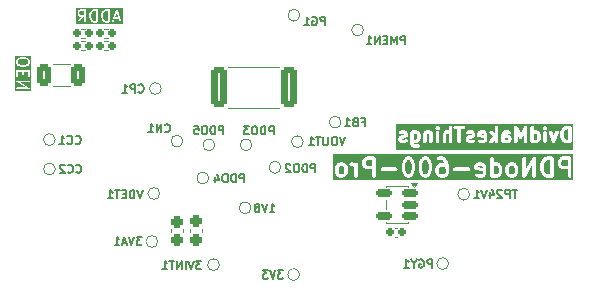
<source format=gbr>
%TF.GenerationSoftware,KiCad,Pcbnew,9.0.7*%
%TF.CreationDate,2026-02-05T11:34:20+01:00*%
%TF.ProjectId,PDNode-600,50444e6f-6465-42d3-9630-302e6b696361,rev?*%
%TF.SameCoordinates,Original*%
%TF.FileFunction,Legend,Bot*%
%TF.FilePolarity,Positive*%
%FSLAX46Y46*%
G04 Gerber Fmt 4.6, Leading zero omitted, Abs format (unit mm)*
G04 Created by KiCad (PCBNEW 9.0.7) date 2026-02-05 11:34:20*
%MOMM*%
%LPD*%
G01*
G04 APERTURE LIST*
G04 Aperture macros list*
%AMRoundRect*
0 Rectangle with rounded corners*
0 $1 Rounding radius*
0 $2 $3 $4 $5 $6 $7 $8 $9 X,Y pos of 4 corners*
0 Add a 4 corners polygon primitive as box body*
4,1,4,$2,$3,$4,$5,$6,$7,$8,$9,$2,$3,0*
0 Add four circle primitives for the rounded corners*
1,1,$1+$1,$2,$3*
1,1,$1+$1,$4,$5*
1,1,$1+$1,$6,$7*
1,1,$1+$1,$8,$9*
0 Add four rect primitives between the rounded corners*
20,1,$1+$1,$2,$3,$4,$5,0*
20,1,$1+$1,$4,$5,$6,$7,0*
20,1,$1+$1,$6,$7,$8,$9,0*
20,1,$1+$1,$8,$9,$2,$3,0*%
G04 Aperture macros list end*
%ADD10C,0.300000*%
%ADD11C,0.150000*%
%ADD12C,0.120000*%
%ADD13C,0.800000*%
%ADD14C,4.500000*%
%ADD15O,1.800000X1.200000*%
%ADD16RoundRect,0.050000X-0.350000X-1.600000X0.350000X-1.600000X0.350000X1.600000X-0.350000X1.600000X0*%
%ADD17RoundRect,0.050000X-0.350000X-2.150000X0.350000X-2.150000X0.350000X2.150000X-0.350000X2.150000X0*%
%ADD18RoundRect,0.160000X0.160000X0.210000X-0.160000X0.210000X-0.160000X-0.210000X0.160000X-0.210000X0*%
%ADD19C,0.700000*%
%ADD20RoundRect,0.270409X0.392091X1.454591X-0.392091X1.454591X-0.392091X-1.454591X0.392091X-1.454591X0*%
%ADD21RoundRect,0.175000X0.537500X0.175000X-0.537500X0.175000X-0.537500X-0.175000X0.537500X-0.175000X0*%
%ADD22RoundRect,0.165000X-0.165000X-0.195000X0.165000X-0.195000X0.165000X0.195000X-0.165000X0.195000X0*%
%ADD23RoundRect,0.272222X0.340278X0.652778X-0.340278X0.652778X-0.340278X-0.652778X0.340278X-0.652778X0*%
%ADD24RoundRect,0.250000X0.275000X-0.250000X0.275000X0.250000X-0.275000X0.250000X-0.275000X-0.250000X0*%
G04 APERTURE END LIST*
D10*
G36*
X28387086Y20954465D02*
G01*
X28424090Y20917461D01*
X28468796Y20828049D01*
X28468796Y20470296D01*
X28424089Y20380883D01*
X28387084Y20343878D01*
X28297672Y20299172D01*
X28154206Y20299172D01*
X28064793Y20343878D01*
X28027789Y20380882D01*
X27983082Y20470297D01*
X27983082Y20828048D01*
X28027789Y20917462D01*
X28064793Y20954466D01*
X28154206Y20999172D01*
X28297672Y20999172D01*
X28387086Y20954465D01*
G37*
G36*
X34029942Y21454465D02*
G01*
X34066946Y21417461D01*
X34120125Y21311102D01*
X34183081Y21059280D01*
X34183081Y20739064D01*
X34120125Y20487243D01*
X34066945Y20380883D01*
X34029942Y20343879D01*
X33940529Y20299172D01*
X33868491Y20299172D01*
X33779078Y20343878D01*
X33742074Y20380882D01*
X33688894Y20487242D01*
X33625938Y20739066D01*
X33625938Y21059279D01*
X33688894Y21311103D01*
X33742074Y21417462D01*
X33779078Y21454466D01*
X33868491Y21499172D01*
X33940528Y21499172D01*
X34029942Y21454465D01*
G37*
G36*
X35458513Y21454465D02*
G01*
X35495517Y21417461D01*
X35548696Y21311102D01*
X35611652Y21059280D01*
X35611652Y20739064D01*
X35548696Y20487243D01*
X35495516Y20380883D01*
X35458513Y20343879D01*
X35369100Y20299172D01*
X35297062Y20299172D01*
X35207649Y20343878D01*
X35170645Y20380882D01*
X35117465Y20487242D01*
X35054509Y20739066D01*
X35054509Y21059279D01*
X35117465Y21311103D01*
X35170645Y21417462D01*
X35207649Y21454466D01*
X35297062Y21499172D01*
X35369099Y21499172D01*
X35458513Y21454465D01*
G37*
G36*
X36958511Y20883038D02*
G01*
X36995516Y20846033D01*
X37040223Y20756620D01*
X37040223Y20470296D01*
X36995516Y20380883D01*
X36958511Y20343878D01*
X36869099Y20299172D01*
X36654205Y20299172D01*
X36564791Y20343879D01*
X36527787Y20380883D01*
X36483080Y20470297D01*
X36483080Y20756619D01*
X36527787Y20846033D01*
X36564791Y20883037D01*
X36654205Y20927743D01*
X36869099Y20927743D01*
X36958511Y20883038D01*
G37*
G36*
X40149848Y20965940D02*
G01*
X40183080Y20899477D01*
X40183080Y20832143D01*
X39775850Y20913589D01*
X39802026Y20965940D01*
X39868490Y20999172D01*
X40083385Y20999172D01*
X40149848Y20965940D01*
G37*
G36*
X41458513Y20954465D02*
G01*
X41495517Y20917461D01*
X41540223Y20828049D01*
X41540223Y20470296D01*
X41495516Y20380883D01*
X41458511Y20343878D01*
X41369099Y20299172D01*
X41154205Y20299172D01*
X41125938Y20313306D01*
X41125938Y20985039D01*
X41154205Y20999172D01*
X41369099Y20999172D01*
X41458513Y20954465D01*
G37*
G36*
X42815656Y20954465D02*
G01*
X42852660Y20917461D01*
X42897366Y20828049D01*
X42897366Y20470296D01*
X42852659Y20380883D01*
X42815654Y20343878D01*
X42726242Y20299172D01*
X42582776Y20299172D01*
X42493363Y20343878D01*
X42456359Y20380882D01*
X42411652Y20470297D01*
X42411652Y20828048D01*
X42456359Y20917462D01*
X42493363Y20954466D01*
X42582776Y20999172D01*
X42726242Y20999172D01*
X42815656Y20954465D01*
G37*
G36*
X45897367Y20299172D02*
G01*
X45714567Y20299172D01*
X45556964Y20351706D01*
X45456359Y20452312D01*
X45403178Y20558672D01*
X45340224Y20810493D01*
X45340224Y20987852D01*
X45403178Y21239673D01*
X45456359Y21346033D01*
X45556965Y21446639D01*
X45714567Y21499172D01*
X45897367Y21499172D01*
X45897367Y20299172D01*
G37*
G36*
X30825939Y21013458D02*
G01*
X30439920Y21013458D01*
X30350506Y21058165D01*
X30313501Y21095170D01*
X30268796Y21184582D01*
X30268796Y21328049D01*
X30313501Y21417460D01*
X30350506Y21454465D01*
X30439920Y21499172D01*
X30825939Y21499172D01*
X30825939Y21013458D01*
G37*
G36*
X47397367Y21013458D02*
G01*
X47011348Y21013458D01*
X46921934Y21058165D01*
X46884929Y21095170D01*
X46840224Y21184582D01*
X46840224Y21328049D01*
X46884929Y21417460D01*
X46921934Y21454465D01*
X47011348Y21499172D01*
X47397367Y21499172D01*
X47397367Y21013458D01*
G37*
G36*
X47864034Y19832505D02*
G01*
X27516415Y19832505D01*
X27516415Y20863458D01*
X27683082Y20863458D01*
X27683082Y20434886D01*
X27685964Y20405622D01*
X27688027Y20400642D01*
X27688409Y20395267D01*
X27698918Y20367804D01*
X27770347Y20224947D01*
X27778275Y20212352D01*
X27779790Y20208695D01*
X27783169Y20204578D01*
X27786012Y20200061D01*
X27789006Y20197464D01*
X27798444Y20185964D01*
X27869872Y20114535D01*
X27881377Y20105093D01*
X27883972Y20102101D01*
X27888482Y20099262D01*
X27892603Y20095880D01*
X27896262Y20094365D01*
X27908857Y20086436D01*
X28051715Y20015008D01*
X28079178Y20004498D01*
X28084553Y20004117D01*
X28089532Y20002054D01*
X28118796Y19999172D01*
X28333082Y19999172D01*
X28362346Y20002054D01*
X28367324Y20004117D01*
X28372700Y20004498D01*
X28400164Y20015008D01*
X28543021Y20086436D01*
X28555614Y20094364D01*
X28559274Y20095879D01*
X28563393Y20099261D01*
X28567907Y20102101D01*
X28570503Y20105095D01*
X28582005Y20114534D01*
X28653434Y20185963D01*
X28662875Y20197468D01*
X28665867Y20200062D01*
X28668705Y20204572D01*
X28672089Y20208694D01*
X28673605Y20212356D01*
X28681532Y20224947D01*
X28752960Y20367805D01*
X28763470Y20395268D01*
X28763851Y20400644D01*
X28765914Y20405622D01*
X28768796Y20434886D01*
X28768796Y20863458D01*
X28765914Y20892722D01*
X28763851Y20897701D01*
X28763470Y20903076D01*
X28752960Y20930539D01*
X28681532Y21073397D01*
X28673603Y21085992D01*
X28672088Y21089651D01*
X28668706Y21093772D01*
X28665867Y21098282D01*
X28662875Y21100877D01*
X28653433Y21112382D01*
X28587378Y21178436D01*
X28900249Y21178436D01*
X28900249Y21119908D01*
X28922647Y21065836D01*
X28964031Y21024452D01*
X29018103Y21002054D01*
X29047367Y20999172D01*
X29154814Y20999172D01*
X29244228Y20954465D01*
X29281232Y20917461D01*
X29325939Y20828048D01*
X29325939Y20149172D01*
X29328821Y20119908D01*
X29351219Y20065836D01*
X29392603Y20024452D01*
X29446675Y20002054D01*
X29505203Y20002054D01*
X29559275Y20024452D01*
X29600659Y20065836D01*
X29623057Y20119908D01*
X29625939Y20149172D01*
X29625939Y21149172D01*
X29623057Y21178436D01*
X29600659Y21232508D01*
X29559275Y21273892D01*
X29505203Y21296290D01*
X29446675Y21296290D01*
X29392603Y21273892D01*
X29353800Y21235089D01*
X29257306Y21283336D01*
X29229843Y21293846D01*
X29224465Y21294229D01*
X29219488Y21296290D01*
X29190224Y21299172D01*
X29047367Y21299172D01*
X29018103Y21296290D01*
X28964031Y21273892D01*
X28922647Y21232508D01*
X28900249Y21178436D01*
X28587378Y21178436D01*
X28582004Y21183810D01*
X28570504Y21193248D01*
X28567907Y21196242D01*
X28563390Y21199085D01*
X28559273Y21202464D01*
X28555616Y21203979D01*
X28543021Y21211907D01*
X28400164Y21283336D01*
X28372701Y21293845D01*
X28367326Y21294227D01*
X28362346Y21296290D01*
X28333082Y21299172D01*
X28118796Y21299172D01*
X28089532Y21296290D01*
X28084551Y21294227D01*
X28079177Y21293845D01*
X28051713Y21283336D01*
X27908857Y21211907D01*
X27896265Y21203981D01*
X27892603Y21202464D01*
X27888480Y21199081D01*
X27883971Y21196242D01*
X27881375Y21193250D01*
X27869873Y21183809D01*
X27798445Y21112381D01*
X27789005Y21100880D01*
X27786012Y21098283D01*
X27783171Y21093770D01*
X27779790Y21089650D01*
X27778274Y21085991D01*
X27770347Y21073397D01*
X27698918Y20930540D01*
X27688409Y20903077D01*
X27688027Y20897703D01*
X27685964Y20892722D01*
X27683082Y20863458D01*
X27516415Y20863458D01*
X27516415Y21363458D01*
X29968796Y21363458D01*
X29968796Y21149172D01*
X29971678Y21119908D01*
X29973740Y21114930D01*
X29974122Y21109554D01*
X29984632Y21082090D01*
X30056060Y20939233D01*
X30063987Y20926640D01*
X30065503Y20922980D01*
X30068884Y20918861D01*
X30071725Y20914347D01*
X30074718Y20911751D01*
X30084158Y20900249D01*
X30155587Y20828820D01*
X30167091Y20819379D01*
X30169686Y20816387D01*
X30174195Y20813549D01*
X30178318Y20810165D01*
X30181979Y20808649D01*
X30194571Y20800722D01*
X30337429Y20729294D01*
X30364892Y20718784D01*
X30370267Y20718403D01*
X30375246Y20716340D01*
X30404510Y20713458D01*
X30825939Y20713458D01*
X30825939Y20149172D01*
X30828821Y20119908D01*
X30851219Y20065836D01*
X30892603Y20024452D01*
X30946675Y20002054D01*
X31005203Y20002054D01*
X31059275Y20024452D01*
X31100659Y20065836D01*
X31123057Y20119908D01*
X31125939Y20149172D01*
X31125939Y20749864D01*
X31543107Y20749864D01*
X31543107Y20691336D01*
X31565505Y20637264D01*
X31606889Y20595880D01*
X31660961Y20573482D01*
X31690225Y20570600D01*
X32833082Y20570600D01*
X32862346Y20573482D01*
X32916418Y20595880D01*
X32957802Y20637264D01*
X32980200Y20691336D01*
X32980200Y20749864D01*
X32957802Y20803936D01*
X32916418Y20845320D01*
X32862346Y20867718D01*
X32833082Y20870600D01*
X31690225Y20870600D01*
X31660961Y20867718D01*
X31606889Y20845320D01*
X31565505Y20803936D01*
X31543107Y20749864D01*
X31125939Y20749864D01*
X31125939Y21077743D01*
X33325938Y21077743D01*
X33325938Y20720600D01*
X33326440Y20715497D01*
X33326115Y20713309D01*
X33327734Y20702358D01*
X33328820Y20691336D01*
X33329666Y20689292D01*
X33330417Y20684219D01*
X33401846Y20398506D01*
X33402617Y20396348D01*
X33402694Y20395267D01*
X33407352Y20383093D01*
X33411739Y20370815D01*
X33412383Y20369945D01*
X33413203Y20367804D01*
X33484632Y20224947D01*
X33492560Y20212352D01*
X33494075Y20208695D01*
X33497454Y20204578D01*
X33500297Y20200061D01*
X33503291Y20197464D01*
X33512729Y20185964D01*
X33584157Y20114535D01*
X33595662Y20105093D01*
X33598257Y20102101D01*
X33602767Y20099262D01*
X33606888Y20095880D01*
X33610547Y20094365D01*
X33623142Y20086436D01*
X33766000Y20015008D01*
X33793463Y20004498D01*
X33798838Y20004117D01*
X33803817Y20002054D01*
X33833081Y19999172D01*
X33975938Y19999172D01*
X34005202Y20002054D01*
X34010180Y20004117D01*
X34015556Y20004498D01*
X34043019Y20015008D01*
X34185878Y20086436D01*
X34198472Y20094365D01*
X34202132Y20095880D01*
X34206252Y20099262D01*
X34210763Y20102101D01*
X34213357Y20105093D01*
X34224863Y20114535D01*
X34296291Y20185964D01*
X34305729Y20197465D01*
X34308723Y20200061D01*
X34311563Y20204574D01*
X34314945Y20208694D01*
X34316460Y20212354D01*
X34324388Y20224947D01*
X34395817Y20367803D01*
X34396636Y20369946D01*
X34397281Y20370815D01*
X34401665Y20383087D01*
X34406326Y20395267D01*
X34406402Y20396348D01*
X34407174Y20398506D01*
X34478602Y20684220D01*
X34479351Y20689292D01*
X34480199Y20691336D01*
X34481284Y20702359D01*
X34482904Y20713309D01*
X34482578Y20715497D01*
X34483081Y20720600D01*
X34483081Y21077743D01*
X34754509Y21077743D01*
X34754509Y20720600D01*
X34755011Y20715497D01*
X34754686Y20713309D01*
X34756305Y20702358D01*
X34757391Y20691336D01*
X34758237Y20689292D01*
X34758988Y20684219D01*
X34830417Y20398506D01*
X34831188Y20396348D01*
X34831265Y20395267D01*
X34835923Y20383093D01*
X34840310Y20370815D01*
X34840954Y20369945D01*
X34841774Y20367804D01*
X34913203Y20224947D01*
X34921131Y20212352D01*
X34922646Y20208695D01*
X34926025Y20204578D01*
X34928868Y20200061D01*
X34931862Y20197464D01*
X34941300Y20185964D01*
X35012728Y20114535D01*
X35024233Y20105093D01*
X35026828Y20102101D01*
X35031338Y20099262D01*
X35035459Y20095880D01*
X35039118Y20094365D01*
X35051713Y20086436D01*
X35194571Y20015008D01*
X35222034Y20004498D01*
X35227409Y20004117D01*
X35232388Y20002054D01*
X35261652Y19999172D01*
X35404509Y19999172D01*
X35433773Y20002054D01*
X35438751Y20004117D01*
X35444127Y20004498D01*
X35471590Y20015008D01*
X35614449Y20086436D01*
X35627043Y20094365D01*
X35630703Y20095880D01*
X35634823Y20099262D01*
X35639334Y20102101D01*
X35641928Y20105093D01*
X35653434Y20114535D01*
X35724862Y20185964D01*
X35734300Y20197465D01*
X35737294Y20200061D01*
X35740134Y20204574D01*
X35743516Y20208694D01*
X35745031Y20212354D01*
X35752959Y20224947D01*
X35824388Y20367803D01*
X35825207Y20369946D01*
X35825852Y20370815D01*
X35830236Y20383087D01*
X35834897Y20395267D01*
X35834973Y20396348D01*
X35835745Y20398506D01*
X35907173Y20684220D01*
X35907922Y20689292D01*
X35908770Y20691336D01*
X35909855Y20702359D01*
X35911475Y20713309D01*
X35911149Y20715497D01*
X35911652Y20720600D01*
X35911652Y20792029D01*
X36183080Y20792029D01*
X36183080Y20434886D01*
X36185962Y20405622D01*
X36188025Y20400642D01*
X36188407Y20395267D01*
X36198916Y20367804D01*
X36270345Y20224947D01*
X36278272Y20212354D01*
X36279788Y20208694D01*
X36283169Y20204575D01*
X36286010Y20200061D01*
X36289003Y20197465D01*
X36298443Y20185963D01*
X36369872Y20114534D01*
X36381376Y20105093D01*
X36383971Y20102101D01*
X36388480Y20099263D01*
X36392603Y20095879D01*
X36396264Y20094363D01*
X36408856Y20086436D01*
X36551714Y20015008D01*
X36579177Y20004498D01*
X36584552Y20004117D01*
X36589531Y20002054D01*
X36618795Y19999172D01*
X36904509Y19999172D01*
X36933773Y20002054D01*
X36938751Y20004117D01*
X36944127Y20004498D01*
X36971591Y20015008D01*
X37114448Y20086436D01*
X37127041Y20094364D01*
X37130701Y20095879D01*
X37134820Y20099261D01*
X37139334Y20102101D01*
X37141930Y20105095D01*
X37153432Y20114534D01*
X37224861Y20185963D01*
X37234302Y20197468D01*
X37237294Y20200062D01*
X37240132Y20204572D01*
X37243516Y20208694D01*
X37245032Y20212356D01*
X37252959Y20224947D01*
X37324387Y20367805D01*
X37334897Y20395268D01*
X37335278Y20400644D01*
X37337341Y20405622D01*
X37340223Y20434886D01*
X37340223Y20749864D01*
X37685963Y20749864D01*
X37685963Y20691336D01*
X37708361Y20637264D01*
X37749745Y20595880D01*
X37803817Y20573482D01*
X37833081Y20570600D01*
X38975938Y20570600D01*
X39005202Y20573482D01*
X39059274Y20595880D01*
X39100658Y20637264D01*
X39123056Y20691336D01*
X39123056Y20749864D01*
X39100658Y20803936D01*
X39059274Y20845320D01*
X39005202Y20867718D01*
X38975938Y20870600D01*
X37833081Y20870600D01*
X37803817Y20867718D01*
X37749745Y20845320D01*
X37708361Y20803936D01*
X37685963Y20749864D01*
X37340223Y20749864D01*
X37340223Y20934886D01*
X39468795Y20934886D01*
X39468795Y20792029D01*
X39471677Y20762765D01*
X39477301Y20749188D01*
X39480153Y20734771D01*
X39488391Y20722414D01*
X39494075Y20708693D01*
X39504467Y20698301D01*
X39512618Y20686075D01*
X39524956Y20677812D01*
X39535459Y20667309D01*
X39549035Y20661686D01*
X39561247Y20653507D01*
X39589378Y20644942D01*
X39589529Y20644912D01*
X39589531Y20644911D01*
X39589533Y20644911D01*
X40183080Y20526202D01*
X40183080Y20398868D01*
X40149848Y20332404D01*
X40083385Y20299172D01*
X39868490Y20299172D01*
X39757305Y20354764D01*
X39729841Y20365274D01*
X39671461Y20369422D01*
X39615939Y20350914D01*
X39571724Y20312567D01*
X39545549Y20260218D01*
X39541401Y20201838D01*
X39559909Y20146316D01*
X39598256Y20102101D01*
X39623141Y20086436D01*
X39765999Y20015008D01*
X39793462Y20004498D01*
X39798837Y20004117D01*
X39803816Y20002054D01*
X39833080Y19999172D01*
X40118795Y19999172D01*
X40148059Y20002054D01*
X40153037Y20004117D01*
X40158413Y20004498D01*
X40185877Y20015008D01*
X40328734Y20086436D01*
X40333626Y20089516D01*
X40335937Y20090286D01*
X40338813Y20092781D01*
X40353620Y20102101D01*
X40365941Y20116309D01*
X40380152Y20128633D01*
X40389472Y20143441D01*
X40391966Y20146316D01*
X40392735Y20148626D01*
X40395816Y20153519D01*
X40467245Y20296377D01*
X40477754Y20323840D01*
X40478135Y20329216D01*
X40480198Y20334194D01*
X40483080Y20363458D01*
X40483080Y20649011D01*
X40483081Y20649015D01*
X40483080Y20649021D01*
X40483080Y20934886D01*
X40480198Y20964150D01*
X40478135Y20969129D01*
X40477754Y20974504D01*
X40467244Y21001967D01*
X40395816Y21144825D01*
X40392735Y21149719D01*
X40391966Y21152027D01*
X40389472Y21154903D01*
X40380151Y21169710D01*
X40365944Y21182031D01*
X40353620Y21196242D01*
X40338809Y21205565D01*
X40335936Y21208057D01*
X40333628Y21208827D01*
X40328734Y21211907D01*
X40185877Y21283336D01*
X40158414Y21293845D01*
X40153039Y21294227D01*
X40148059Y21296290D01*
X40118795Y21299172D01*
X39833080Y21299172D01*
X39803816Y21296290D01*
X39798835Y21294227D01*
X39793461Y21293845D01*
X39765997Y21283336D01*
X39623141Y21211907D01*
X39618246Y21208827D01*
X39615939Y21208057D01*
X39613064Y21205565D01*
X39598255Y21196242D01*
X39585931Y21182033D01*
X39571724Y21169711D01*
X39562404Y21154906D01*
X39559908Y21152027D01*
X39559137Y21149716D01*
X39556059Y21144825D01*
X39484631Y21001968D01*
X39474121Y20974504D01*
X39473739Y20969129D01*
X39471677Y20964150D01*
X39468795Y20934886D01*
X37340223Y20934886D01*
X37340223Y21006315D01*
X37339720Y21011419D01*
X37340046Y21013606D01*
X37338426Y21024557D01*
X37337341Y21035579D01*
X37336493Y21037624D01*
X37335744Y21042695D01*
X37264316Y21328409D01*
X37258158Y21345645D01*
X37257438Y21349286D01*
X37255678Y21352587D01*
X37254423Y21356100D01*
X37252218Y21359075D01*
X37243603Y21375234D01*
X37100746Y21589520D01*
X37100677Y21589604D01*
X37100658Y21589651D01*
X37091565Y21600731D01*
X37082115Y21612270D01*
X37082070Y21612300D01*
X37082003Y21612382D01*
X37045212Y21649172D01*
X40825938Y21649172D01*
X40825938Y20149172D01*
X40828820Y20119908D01*
X40851218Y20065836D01*
X40892602Y20024452D01*
X40946674Y20002054D01*
X41005202Y20002054D01*
X41044809Y20018461D01*
X41051714Y20015008D01*
X41079177Y20004498D01*
X41084552Y20004117D01*
X41089531Y20002054D01*
X41118795Y19999172D01*
X41404509Y19999172D01*
X41433773Y20002054D01*
X41438751Y20004117D01*
X41444127Y20004498D01*
X41471591Y20015008D01*
X41614448Y20086436D01*
X41627041Y20094364D01*
X41630701Y20095879D01*
X41634820Y20099261D01*
X41639334Y20102101D01*
X41641930Y20105095D01*
X41653432Y20114534D01*
X41724861Y20185963D01*
X41734302Y20197468D01*
X41737294Y20200062D01*
X41740132Y20204572D01*
X41743516Y20208694D01*
X41745032Y20212356D01*
X41752959Y20224947D01*
X41824387Y20367805D01*
X41834897Y20395268D01*
X41835278Y20400644D01*
X41837341Y20405622D01*
X41840223Y20434886D01*
X41840223Y20863458D01*
X42111652Y20863458D01*
X42111652Y20434886D01*
X42114534Y20405622D01*
X42116597Y20400642D01*
X42116979Y20395267D01*
X42127488Y20367804D01*
X42198917Y20224947D01*
X42206845Y20212352D01*
X42208360Y20208695D01*
X42211739Y20204578D01*
X42214582Y20200061D01*
X42217576Y20197464D01*
X42227014Y20185964D01*
X42298442Y20114535D01*
X42309947Y20105093D01*
X42312542Y20102101D01*
X42317052Y20099262D01*
X42321173Y20095880D01*
X42324832Y20094365D01*
X42337427Y20086436D01*
X42480285Y20015008D01*
X42507748Y20004498D01*
X42513123Y20004117D01*
X42518102Y20002054D01*
X42547366Y19999172D01*
X42761652Y19999172D01*
X42790916Y20002054D01*
X42795894Y20004117D01*
X42801270Y20004498D01*
X42828734Y20015008D01*
X42971591Y20086436D01*
X42984184Y20094364D01*
X42987844Y20095879D01*
X42991963Y20099261D01*
X42996477Y20102101D01*
X42999073Y20105095D01*
X43010575Y20114534D01*
X43082004Y20185963D01*
X43091445Y20197468D01*
X43094437Y20200062D01*
X43097275Y20204572D01*
X43100659Y20208694D01*
X43102175Y20212356D01*
X43110102Y20224947D01*
X43181530Y20367805D01*
X43192040Y20395268D01*
X43192421Y20400644D01*
X43194484Y20405622D01*
X43197366Y20434886D01*
X43197366Y20863458D01*
X43194484Y20892722D01*
X43192421Y20897701D01*
X43192040Y20903076D01*
X43181530Y20930539D01*
X43110102Y21073397D01*
X43102173Y21085992D01*
X43100658Y21089651D01*
X43097276Y21093772D01*
X43094437Y21098282D01*
X43091445Y21100877D01*
X43082003Y21112382D01*
X43010574Y21183810D01*
X42999074Y21193248D01*
X42996477Y21196242D01*
X42991960Y21199085D01*
X42987843Y21202464D01*
X42984186Y21203979D01*
X42971591Y21211907D01*
X42828734Y21283336D01*
X42801271Y21293845D01*
X42795896Y21294227D01*
X42790916Y21296290D01*
X42761652Y21299172D01*
X42547366Y21299172D01*
X42518102Y21296290D01*
X42513121Y21294227D01*
X42507747Y21293845D01*
X42480283Y21283336D01*
X42337427Y21211907D01*
X42324835Y21203981D01*
X42321173Y21202464D01*
X42317050Y21199081D01*
X42312541Y21196242D01*
X42309945Y21193250D01*
X42298443Y21183809D01*
X42227015Y21112381D01*
X42217575Y21100880D01*
X42214582Y21098283D01*
X42211741Y21093770D01*
X42208360Y21089650D01*
X42206844Y21085991D01*
X42198917Y21073397D01*
X42127488Y20930540D01*
X42116979Y20903077D01*
X42116597Y20897703D01*
X42114534Y20892722D01*
X42111652Y20863458D01*
X41840223Y20863458D01*
X41837341Y20892722D01*
X41835278Y20897701D01*
X41834897Y20903076D01*
X41824387Y20930539D01*
X41752959Y21073397D01*
X41745030Y21085992D01*
X41743515Y21089651D01*
X41740133Y21093772D01*
X41737294Y21098282D01*
X41734302Y21100877D01*
X41724860Y21112382D01*
X41653431Y21183810D01*
X41641931Y21193248D01*
X41639334Y21196242D01*
X41634817Y21199085D01*
X41630700Y21202464D01*
X41627043Y21203979D01*
X41614448Y21211907D01*
X41471591Y21283336D01*
X41444128Y21293845D01*
X41438753Y21294227D01*
X41433773Y21296290D01*
X41404509Y21299172D01*
X41125938Y21299172D01*
X41125938Y21649172D01*
X43540224Y21649172D01*
X43540224Y20149172D01*
X43540965Y20141647D01*
X43540590Y20138695D01*
X43541632Y20134875D01*
X43543106Y20119908D01*
X43550741Y20101476D01*
X43555990Y20082231D01*
X43561844Y20074672D01*
X43565504Y20065836D01*
X43579611Y20051729D01*
X43591825Y20035957D01*
X43600127Y20031213D01*
X43606888Y20024452D01*
X43625318Y20016818D01*
X43642641Y20006919D01*
X43652126Y20005714D01*
X43660960Y20002054D01*
X43680910Y20002054D01*
X43700701Y19999538D01*
X43709926Y20002054D01*
X43719488Y20002054D01*
X43737920Y20009690D01*
X43757165Y20014938D01*
X43764724Y20020793D01*
X43773560Y20024452D01*
X43787667Y20038560D01*
X43803439Y20050773D01*
X43812144Y20063037D01*
X43814944Y20065836D01*
X43816082Y20068584D01*
X43820460Y20074751D01*
X44397367Y21084337D01*
X44397367Y20149172D01*
X44400249Y20119908D01*
X44422647Y20065836D01*
X44464031Y20024452D01*
X44518103Y20002054D01*
X44576631Y20002054D01*
X44630703Y20024452D01*
X44672087Y20065836D01*
X44694485Y20119908D01*
X44697367Y20149172D01*
X44697367Y21006315D01*
X45040224Y21006315D01*
X45040224Y20792029D01*
X45040726Y20786926D01*
X45040401Y20784738D01*
X45042020Y20773788D01*
X45043106Y20762765D01*
X45043953Y20760721D01*
X45044703Y20755649D01*
X45116131Y20469935D01*
X45116902Y20467777D01*
X45116979Y20466696D01*
X45121637Y20454522D01*
X45126024Y20442244D01*
X45126668Y20441374D01*
X45127488Y20439233D01*
X45198917Y20296376D01*
X45206844Y20283783D01*
X45208360Y20280123D01*
X45211741Y20276004D01*
X45214582Y20271490D01*
X45217575Y20268894D01*
X45227015Y20257392D01*
X45369872Y20114534D01*
X45392602Y20095879D01*
X45397581Y20093817D01*
X45401653Y20090285D01*
X45428504Y20078297D01*
X45642790Y20006869D01*
X45657302Y20003570D01*
X45660960Y20002054D01*
X45666262Y20001532D01*
X45671464Y20000349D01*
X45675418Y20000631D01*
X45690224Y19999172D01*
X46047367Y19999172D01*
X46076631Y20002054D01*
X46130703Y20024452D01*
X46172087Y20065836D01*
X46194485Y20119908D01*
X46197367Y20149172D01*
X46197367Y21363458D01*
X46540224Y21363458D01*
X46540224Y21149172D01*
X46543106Y21119908D01*
X46545168Y21114930D01*
X46545550Y21109554D01*
X46556060Y21082090D01*
X46627488Y20939233D01*
X46635415Y20926640D01*
X46636931Y20922980D01*
X46640312Y20918861D01*
X46643153Y20914347D01*
X46646146Y20911751D01*
X46655586Y20900249D01*
X46727015Y20828820D01*
X46738519Y20819379D01*
X46741114Y20816387D01*
X46745623Y20813549D01*
X46749746Y20810165D01*
X46753407Y20808649D01*
X46765999Y20800722D01*
X46908857Y20729294D01*
X46936320Y20718784D01*
X46941695Y20718403D01*
X46946674Y20716340D01*
X46975938Y20713458D01*
X47397367Y20713458D01*
X47397367Y20149172D01*
X47400249Y20119908D01*
X47422647Y20065836D01*
X47464031Y20024452D01*
X47518103Y20002054D01*
X47576631Y20002054D01*
X47630703Y20024452D01*
X47672087Y20065836D01*
X47694485Y20119908D01*
X47697367Y20149172D01*
X47697367Y21649172D01*
X47694485Y21678436D01*
X47672087Y21732508D01*
X47630703Y21773892D01*
X47576631Y21796290D01*
X47547367Y21799172D01*
X46975938Y21799172D01*
X46946674Y21796290D01*
X46941693Y21794227D01*
X46936319Y21793845D01*
X46908855Y21783336D01*
X46765999Y21711907D01*
X46753405Y21703980D01*
X46749746Y21702464D01*
X46745625Y21699083D01*
X46741113Y21696242D01*
X46738516Y21693249D01*
X46727016Y21683810D01*
X46655587Y21612382D01*
X46646147Y21600880D01*
X46643153Y21598283D01*
X46640311Y21593769D01*
X46636932Y21589651D01*
X46635416Y21585993D01*
X46627488Y21573397D01*
X46556060Y21430540D01*
X46545550Y21403076D01*
X46545168Y21397701D01*
X46543106Y21392722D01*
X46540224Y21363458D01*
X46197367Y21363458D01*
X46197367Y21649172D01*
X46194485Y21678436D01*
X46172087Y21732508D01*
X46130703Y21773892D01*
X46076631Y21796290D01*
X46047367Y21799172D01*
X45690224Y21799172D01*
X45675412Y21797714D01*
X45671463Y21797994D01*
X45666268Y21796813D01*
X45660960Y21796290D01*
X45657298Y21794774D01*
X45642789Y21791474D01*
X45428504Y21720045D01*
X45401653Y21708057D01*
X45397583Y21704528D01*
X45392602Y21702464D01*
X45369872Y21683809D01*
X45227015Y21540952D01*
X45217575Y21529451D01*
X45214582Y21526854D01*
X45211741Y21522341D01*
X45208360Y21518221D01*
X45206844Y21514562D01*
X45198917Y21501968D01*
X45127488Y21359111D01*
X45126668Y21356971D01*
X45126024Y21356100D01*
X45121637Y21343823D01*
X45116979Y21331648D01*
X45116902Y21330568D01*
X45116131Y21328409D01*
X45044703Y21042695D01*
X45043953Y21037624D01*
X45043106Y21035579D01*
X45042020Y21024557D01*
X45040401Y21013606D01*
X45040726Y21011419D01*
X45040224Y21006315D01*
X44697367Y21006315D01*
X44697367Y21649172D01*
X44696625Y21656699D01*
X44697001Y21659650D01*
X44695958Y21663472D01*
X44694485Y21678436D01*
X44686849Y21696869D01*
X44681601Y21716113D01*
X44675746Y21723673D01*
X44672087Y21732508D01*
X44657979Y21746616D01*
X44645766Y21762387D01*
X44637463Y21767132D01*
X44630703Y21773892D01*
X44612272Y21781527D01*
X44594950Y21791425D01*
X44585464Y21792631D01*
X44576631Y21796290D01*
X44556681Y21796290D01*
X44536890Y21798806D01*
X44527665Y21796290D01*
X44518103Y21796290D01*
X44499674Y21788657D01*
X44480426Y21783407D01*
X44472864Y21777551D01*
X44464031Y21773892D01*
X44449925Y21759787D01*
X44434152Y21747571D01*
X44425446Y21735308D01*
X44422647Y21732508D01*
X44421508Y21729761D01*
X44417131Y21723593D01*
X43840224Y20714006D01*
X43840224Y21649172D01*
X43837342Y21678436D01*
X43814944Y21732508D01*
X43773560Y21773892D01*
X43719488Y21796290D01*
X43660960Y21796290D01*
X43606888Y21773892D01*
X43565504Y21732508D01*
X43543106Y21678436D01*
X43540224Y21649172D01*
X41125938Y21649172D01*
X41123056Y21678436D01*
X41100658Y21732508D01*
X41059274Y21773892D01*
X41005202Y21796290D01*
X40946674Y21796290D01*
X40892602Y21773892D01*
X40851218Y21732508D01*
X40828820Y21678436D01*
X40825938Y21649172D01*
X37045212Y21649172D01*
X37010574Y21683810D01*
X36999074Y21693248D01*
X36996477Y21696242D01*
X36991960Y21699085D01*
X36987843Y21702464D01*
X36984186Y21703979D01*
X36971591Y21711907D01*
X36828734Y21783336D01*
X36801271Y21793845D01*
X36795896Y21794227D01*
X36790916Y21796290D01*
X36761652Y21799172D01*
X36475938Y21799172D01*
X36446674Y21796290D01*
X36392602Y21773892D01*
X36351218Y21732508D01*
X36328820Y21678436D01*
X36328820Y21619908D01*
X36351218Y21565836D01*
X36392602Y21524452D01*
X36446674Y21502054D01*
X36475938Y21499172D01*
X36726242Y21499172D01*
X36815656Y21454465D01*
X36859368Y21410753D01*
X36979575Y21230443D01*
X36986012Y21204697D01*
X36971591Y21211907D01*
X36944127Y21222417D01*
X36938751Y21222799D01*
X36933773Y21224861D01*
X36904509Y21227743D01*
X36618795Y21227743D01*
X36589531Y21224861D01*
X36584552Y21222799D01*
X36579177Y21222417D01*
X36551714Y21211907D01*
X36408856Y21140479D01*
X36396264Y21132553D01*
X36392603Y21131036D01*
X36388480Y21127653D01*
X36383971Y21124814D01*
X36381376Y21121823D01*
X36369872Y21112381D01*
X36298443Y21040952D01*
X36289003Y21029451D01*
X36286010Y21026854D01*
X36283169Y21022341D01*
X36279788Y21018221D01*
X36278272Y21014562D01*
X36270345Y21001968D01*
X36198916Y20859111D01*
X36188407Y20831648D01*
X36188025Y20826274D01*
X36185962Y20821293D01*
X36183080Y20792029D01*
X35911652Y20792029D01*
X35911652Y21077743D01*
X35911149Y21082847D01*
X35911475Y21085034D01*
X35909855Y21095985D01*
X35908770Y21107007D01*
X35907922Y21109052D01*
X35907173Y21114123D01*
X35835745Y21399838D01*
X35834973Y21401997D01*
X35834897Y21403077D01*
X35830236Y21415258D01*
X35825852Y21427529D01*
X35825207Y21428399D01*
X35824388Y21430541D01*
X35752959Y21573397D01*
X35745032Y21585989D01*
X35743516Y21589651D01*
X35740132Y21593774D01*
X35737294Y21598283D01*
X35734301Y21600879D01*
X35724861Y21612381D01*
X35653433Y21683809D01*
X35641931Y21693249D01*
X35639335Y21696242D01*
X35634821Y21699083D01*
X35630702Y21702464D01*
X35627042Y21703980D01*
X35614449Y21711907D01*
X35471591Y21783336D01*
X35444128Y21793846D01*
X35438750Y21794229D01*
X35433773Y21796290D01*
X35404509Y21799172D01*
X35261652Y21799172D01*
X35232388Y21796290D01*
X35227407Y21794227D01*
X35222033Y21793845D01*
X35194569Y21783336D01*
X35051713Y21711907D01*
X35039121Y21703981D01*
X35035459Y21702464D01*
X35031336Y21699081D01*
X35026827Y21696242D01*
X35024231Y21693250D01*
X35012729Y21683809D01*
X34941301Y21612381D01*
X34931861Y21600880D01*
X34928868Y21598283D01*
X34926027Y21593770D01*
X34922646Y21589650D01*
X34921130Y21585991D01*
X34913203Y21573397D01*
X34841774Y21430540D01*
X34840954Y21428400D01*
X34840310Y21427529D01*
X34835923Y21415252D01*
X34831265Y21403077D01*
X34831188Y21401997D01*
X34830417Y21399838D01*
X34758988Y21114123D01*
X34758238Y21109052D01*
X34757391Y21107007D01*
X34756305Y21095985D01*
X34754686Y21085034D01*
X34755011Y21082847D01*
X34754509Y21077743D01*
X34483081Y21077743D01*
X34482578Y21082847D01*
X34482904Y21085034D01*
X34481284Y21095985D01*
X34480199Y21107007D01*
X34479351Y21109052D01*
X34478602Y21114123D01*
X34407174Y21399838D01*
X34406402Y21401997D01*
X34406326Y21403077D01*
X34401665Y21415258D01*
X34397281Y21427529D01*
X34396636Y21428399D01*
X34395817Y21430541D01*
X34324388Y21573397D01*
X34316461Y21585989D01*
X34314945Y21589651D01*
X34311561Y21593774D01*
X34308723Y21598283D01*
X34305730Y21600879D01*
X34296290Y21612381D01*
X34224862Y21683809D01*
X34213360Y21693249D01*
X34210764Y21696242D01*
X34206250Y21699083D01*
X34202131Y21702464D01*
X34198471Y21703980D01*
X34185878Y21711907D01*
X34043020Y21783336D01*
X34015557Y21793846D01*
X34010179Y21794229D01*
X34005202Y21796290D01*
X33975938Y21799172D01*
X33833081Y21799172D01*
X33803817Y21796290D01*
X33798836Y21794227D01*
X33793462Y21793845D01*
X33765998Y21783336D01*
X33623142Y21711907D01*
X33610550Y21703981D01*
X33606888Y21702464D01*
X33602765Y21699081D01*
X33598256Y21696242D01*
X33595660Y21693250D01*
X33584158Y21683809D01*
X33512730Y21612381D01*
X33503290Y21600880D01*
X33500297Y21598283D01*
X33497456Y21593770D01*
X33494075Y21589650D01*
X33492559Y21585991D01*
X33484632Y21573397D01*
X33413203Y21430540D01*
X33412383Y21428400D01*
X33411739Y21427529D01*
X33407352Y21415252D01*
X33402694Y21403077D01*
X33402617Y21401997D01*
X33401846Y21399838D01*
X33330417Y21114123D01*
X33329667Y21109052D01*
X33328820Y21107007D01*
X33327734Y21095985D01*
X33326115Y21085034D01*
X33326440Y21082847D01*
X33325938Y21077743D01*
X31125939Y21077743D01*
X31125939Y21649172D01*
X31123057Y21678436D01*
X31100659Y21732508D01*
X31059275Y21773892D01*
X31005203Y21796290D01*
X30975939Y21799172D01*
X30404510Y21799172D01*
X30375246Y21796290D01*
X30370265Y21794227D01*
X30364891Y21793845D01*
X30337427Y21783336D01*
X30194571Y21711907D01*
X30181977Y21703980D01*
X30178318Y21702464D01*
X30174197Y21699083D01*
X30169685Y21696242D01*
X30167088Y21693249D01*
X30155588Y21683810D01*
X30084159Y21612382D01*
X30074719Y21600880D01*
X30071725Y21598283D01*
X30068883Y21593769D01*
X30065504Y21589651D01*
X30063988Y21585993D01*
X30056060Y21573397D01*
X29984632Y21430540D01*
X29974122Y21403076D01*
X29973740Y21397701D01*
X29971678Y21392722D01*
X29968796Y21363458D01*
X27516415Y21363458D01*
X27516415Y21965839D01*
X47864034Y21965839D01*
X47864034Y19832505D01*
G37*
D11*
G36*
X1588617Y30020499D02*
G01*
X1660561Y29948556D01*
X1694819Y29880040D01*
X1694819Y29724974D01*
X1660561Y29656459D01*
X1588617Y29584516D01*
X1427251Y29544174D01*
X1112386Y29544174D01*
X951019Y29584516D01*
X879077Y29656458D01*
X844819Y29724974D01*
X844819Y29880040D01*
X879077Y29948556D01*
X951019Y30020499D01*
X1112386Y30060840D01*
X1427251Y30060840D01*
X1588617Y30020499D01*
G37*
G36*
X1955930Y27378301D02*
G01*
X583708Y27378301D01*
X583708Y28130601D01*
X695002Y28130601D01*
X696260Y28125989D01*
X696260Y28121208D01*
X700077Y28111993D01*
X702702Y28102369D01*
X705629Y28098589D01*
X707459Y28094172D01*
X714509Y28087122D01*
X720619Y28079232D01*
X726751Y28074880D01*
X728151Y28073480D01*
X729525Y28072911D01*
X732609Y28070722D01*
X1487402Y27639412D01*
X769819Y27639412D01*
X755187Y27637971D01*
X728151Y27626772D01*
X707459Y27606080D01*
X696260Y27579044D01*
X696260Y27549780D01*
X707459Y27522744D01*
X728151Y27502052D01*
X755187Y27490853D01*
X769819Y27489412D01*
X1769819Y27489412D01*
X1773582Y27489783D01*
X1775058Y27489595D01*
X1776968Y27490117D01*
X1784451Y27490853D01*
X1793666Y27494671D01*
X1803290Y27497295D01*
X1807070Y27500223D01*
X1811487Y27502052D01*
X1818537Y27509103D01*
X1826427Y27515212D01*
X1828800Y27519366D01*
X1832179Y27522744D01*
X1835995Y27531957D01*
X1840946Y27540621D01*
X1841548Y27545365D01*
X1843378Y27549780D01*
X1843378Y27559755D01*
X1844636Y27569651D01*
X1843378Y27574264D01*
X1843378Y27579044D01*
X1839560Y27588261D01*
X1836936Y27597882D01*
X1834009Y27601662D01*
X1832179Y27606080D01*
X1825127Y27613132D01*
X1819019Y27621020D01*
X1812884Y27625375D01*
X1811487Y27626772D01*
X1810114Y27627341D01*
X1807030Y27629530D01*
X1052236Y28060840D01*
X1769819Y28060840D01*
X1784451Y28062281D01*
X1811487Y28073480D01*
X1832179Y28094172D01*
X1843378Y28121208D01*
X1843378Y28150472D01*
X1832179Y28177508D01*
X1811487Y28198200D01*
X1784451Y28209399D01*
X1769819Y28210840D01*
X769819Y28210840D01*
X766055Y28210470D01*
X764580Y28210657D01*
X762669Y28210136D01*
X755187Y28209399D01*
X745971Y28205582D01*
X736348Y28202957D01*
X732567Y28200030D01*
X728151Y28198200D01*
X721100Y28191150D01*
X713211Y28185040D01*
X710837Y28180887D01*
X707459Y28177508D01*
X703642Y28168296D01*
X698692Y28159631D01*
X698089Y28154888D01*
X696260Y28150472D01*
X696260Y28140498D01*
X695002Y28130601D01*
X583708Y28130601D01*
X583708Y29040602D01*
X694819Y29040602D01*
X694819Y28564412D01*
X696260Y28549780D01*
X707459Y28522744D01*
X728151Y28502052D01*
X755187Y28490853D01*
X784451Y28490853D01*
X811487Y28502052D01*
X832179Y28522744D01*
X843378Y28549780D01*
X844819Y28564412D01*
X844819Y28965602D01*
X1171009Y28965602D01*
X1171009Y28707269D01*
X1172450Y28692637D01*
X1183649Y28665601D01*
X1204341Y28644909D01*
X1231377Y28633710D01*
X1260641Y28633710D01*
X1287677Y28644909D01*
X1308369Y28665601D01*
X1319568Y28692637D01*
X1321009Y28707269D01*
X1321009Y28965602D01*
X1694819Y28965602D01*
X1694819Y28564412D01*
X1696260Y28549780D01*
X1707459Y28522744D01*
X1728151Y28502052D01*
X1755187Y28490853D01*
X1784451Y28490853D01*
X1811487Y28502052D01*
X1832179Y28522744D01*
X1843378Y28549780D01*
X1844819Y28564412D01*
X1844819Y29040602D01*
X1843378Y29055234D01*
X1832179Y29082270D01*
X1811487Y29102962D01*
X1784451Y29114161D01*
X1769819Y29115602D01*
X769819Y29115602D01*
X755187Y29114161D01*
X728151Y29102962D01*
X707459Y29082270D01*
X696260Y29055234D01*
X694819Y29040602D01*
X583708Y29040602D01*
X583708Y29897745D01*
X694819Y29897745D01*
X694819Y29707269D01*
X696260Y29692637D01*
X697291Y29690148D01*
X697482Y29687460D01*
X702737Y29673728D01*
X750356Y29578490D01*
X754320Y29572191D01*
X755078Y29570363D01*
X756766Y29568307D01*
X758188Y29566047D01*
X759686Y29564748D01*
X764405Y29558998D01*
X859643Y29463760D01*
X871008Y29454432D01*
X876161Y29452298D01*
X880640Y29448979D01*
X894486Y29444032D01*
X1084962Y29396413D01*
X1087498Y29396038D01*
X1088520Y29395615D01*
X1094032Y29395073D01*
X1099506Y29394263D01*
X1100598Y29394426D01*
X1103152Y29394174D01*
X1436485Y29394174D01*
X1439038Y29394426D01*
X1440131Y29394263D01*
X1445604Y29395073D01*
X1451117Y29395615D01*
X1452138Y29396038D01*
X1454675Y29396413D01*
X1645151Y29444032D01*
X1658997Y29448979D01*
X1663476Y29452299D01*
X1668628Y29454432D01*
X1679994Y29463760D01*
X1775233Y29558998D01*
X1779953Y29564749D01*
X1781450Y29566047D01*
X1782869Y29568302D01*
X1784561Y29570363D01*
X1785319Y29572196D01*
X1789282Y29578490D01*
X1836901Y29673728D01*
X1842156Y29687459D01*
X1842347Y29690149D01*
X1843378Y29692637D01*
X1844819Y29707269D01*
X1844819Y29897745D01*
X1843378Y29912377D01*
X1842347Y29914866D01*
X1842156Y29917555D01*
X1836901Y29931286D01*
X1789282Y30026524D01*
X1785319Y30032819D01*
X1784561Y30034651D01*
X1782869Y30036713D01*
X1781450Y30038967D01*
X1779953Y30040266D01*
X1775233Y30046016D01*
X1679994Y30141254D01*
X1668628Y30150582D01*
X1663476Y30152716D01*
X1658997Y30156035D01*
X1645151Y30160982D01*
X1454675Y30208601D01*
X1452138Y30208977D01*
X1451117Y30209399D01*
X1445604Y30209942D01*
X1440131Y30210751D01*
X1439038Y30210589D01*
X1436485Y30210840D01*
X1103152Y30210840D01*
X1100598Y30210589D01*
X1099506Y30210751D01*
X1094032Y30209942D01*
X1088520Y30209399D01*
X1087498Y30208977D01*
X1084962Y30208601D01*
X894486Y30160982D01*
X880640Y30156035D01*
X876161Y30152717D01*
X871008Y30150582D01*
X859643Y30141254D01*
X764405Y30046016D01*
X759686Y30040267D01*
X758188Y30038967D01*
X756766Y30036708D01*
X755078Y30034651D01*
X754320Y30032824D01*
X750356Y30026524D01*
X702737Y29931286D01*
X697482Y29917554D01*
X697291Y29914867D01*
X696260Y29912377D01*
X694819Y29897745D01*
X583708Y29897745D01*
X583708Y30321951D01*
X1955930Y30321951D01*
X1955930Y27378301D01*
G37*
D10*
G36*
X34572799Y23682037D02*
G01*
X34595518Y23659318D01*
X34625939Y23598476D01*
X34625939Y23326439D01*
X34595518Y23265597D01*
X34572799Y23242879D01*
X34511958Y23212458D01*
X34354511Y23212458D01*
X34354511Y23712458D01*
X34511957Y23712458D01*
X34572799Y23682037D01*
G37*
G36*
X40264135Y23693512D02*
G01*
X40283082Y23655619D01*
X40283082Y23645429D01*
X40034046Y23695236D01*
X40068492Y23712458D01*
X40226243Y23712458D01*
X40264135Y23693512D01*
G37*
G36*
X42321278Y23350655D02*
G01*
X42340225Y23312762D01*
X42340225Y23269296D01*
X42321278Y23231404D01*
X42283387Y23212458D01*
X42068797Y23212458D01*
X42068797Y23369600D01*
X42283387Y23369600D01*
X42321278Y23350655D01*
G37*
G36*
X44744228Y23682037D02*
G01*
X44766947Y23659318D01*
X44797368Y23598476D01*
X44797368Y23326439D01*
X44766947Y23265597D01*
X44744228Y23242879D01*
X44683387Y23212458D01*
X44525940Y23212458D01*
X44525940Y23712458D01*
X44683386Y23712458D01*
X44744228Y23682037D01*
G37*
G36*
X47425940Y23212458D02*
G01*
X47314568Y23212458D01*
X47199823Y23250706D01*
X47127790Y23322740D01*
X47088895Y23400529D01*
X47040226Y23595208D01*
X47040226Y23729708D01*
X47088895Y23924387D01*
X47127790Y24002176D01*
X47199825Y24074211D01*
X47314569Y24112458D01*
X47425940Y24112458D01*
X47425940Y23212458D01*
G37*
G36*
X47875940Y22362458D02*
G01*
X32875939Y22362458D01*
X32875939Y23291029D01*
X33025939Y23291029D01*
X33025939Y23233886D01*
X33028821Y23204622D01*
X33030882Y23199645D01*
X33031265Y23194267D01*
X33041775Y23166804D01*
X33098918Y23052518D01*
X33101997Y23047626D01*
X33102768Y23045315D01*
X33105262Y23042439D01*
X33114583Y23027632D01*
X33128791Y23015309D01*
X33141115Y23001100D01*
X33155921Y22991780D01*
X33158798Y22989285D01*
X33161107Y22988516D01*
X33166001Y22985435D01*
X33280287Y22928294D01*
X33307750Y22917784D01*
X33313125Y22917403D01*
X33318104Y22915340D01*
X33347368Y22912458D01*
X33575939Y22912458D01*
X33605203Y22915340D01*
X33610181Y22917403D01*
X33615557Y22917784D01*
X33643020Y22928293D01*
X33757306Y22985435D01*
X33782192Y23001100D01*
X33820539Y23045315D01*
X33839047Y23100837D01*
X33834899Y23159218D01*
X33808725Y23211567D01*
X33764510Y23249914D01*
X33708987Y23268422D01*
X33650607Y23264274D01*
X33623144Y23253764D01*
X33540529Y23212458D01*
X33382778Y23212458D01*
X33344884Y23231405D01*
X33329358Y23262458D01*
X33344885Y23293512D01*
X33382778Y23312458D01*
X33518797Y23312458D01*
X33548061Y23315340D01*
X33553039Y23317403D01*
X33558415Y23317784D01*
X33585879Y23328294D01*
X33700163Y23385436D01*
X33705056Y23388517D01*
X33707366Y23389286D01*
X33710241Y23391780D01*
X33725049Y23401100D01*
X33737373Y23415311D01*
X33751581Y23427632D01*
X33760901Y23442439D01*
X33763396Y23445315D01*
X33764166Y23447626D01*
X33767246Y23452518D01*
X33824389Y23566804D01*
X33834899Y23594268D01*
X33835280Y23599644D01*
X33837343Y23604622D01*
X33840225Y23633886D01*
X33840225Y23691029D01*
X33837343Y23720293D01*
X33835280Y23725272D01*
X33834899Y23730647D01*
X33824389Y23758111D01*
X33772215Y23862458D01*
X34054511Y23862458D01*
X34054511Y22891029D01*
X34057393Y22861765D01*
X34059455Y22856787D01*
X34059837Y22851411D01*
X34070346Y22823948D01*
X34127488Y22709662D01*
X34135416Y22697066D01*
X34136932Y22693408D01*
X34140311Y22689291D01*
X34143153Y22684776D01*
X34146147Y22682179D01*
X34155587Y22670677D01*
X34212730Y22613534D01*
X34224233Y22604094D01*
X34226829Y22601100D01*
X34231339Y22598261D01*
X34235460Y22594879D01*
X34239120Y22593363D01*
X34251715Y22585435D01*
X34366001Y22528294D01*
X34393464Y22517784D01*
X34398839Y22517403D01*
X34403818Y22515340D01*
X34433082Y22512458D01*
X34604511Y22512458D01*
X34633775Y22515340D01*
X34638753Y22517403D01*
X34644129Y22517784D01*
X34671593Y22528294D01*
X34785877Y22585436D01*
X34810763Y22601100D01*
X34849110Y22645315D01*
X34867618Y22700838D01*
X34863469Y22759218D01*
X34837295Y22811567D01*
X34793080Y22849914D01*
X34737558Y22868422D01*
X34679178Y22864274D01*
X34651714Y22853764D01*
X34569101Y22812458D01*
X34468492Y22812458D01*
X34407648Y22842880D01*
X34384930Y22865598D01*
X34361501Y22912458D01*
X34547368Y22912458D01*
X34576632Y22915340D01*
X34581610Y22917403D01*
X34586986Y22917784D01*
X34614450Y22928294D01*
X34728734Y22985436D01*
X34741327Y22993363D01*
X34744988Y22994879D01*
X34749106Y22998260D01*
X34753620Y23001100D01*
X34756217Y23004095D01*
X34767719Y23013534D01*
X34824862Y23070677D01*
X34834302Y23082180D01*
X34837295Y23084775D01*
X34840133Y23089285D01*
X34843517Y23093407D01*
X34845033Y23097070D01*
X34852960Y23109661D01*
X34910103Y23223947D01*
X34920613Y23251411D01*
X34920994Y23256787D01*
X34923057Y23261765D01*
X34925939Y23291029D01*
X34925939Y23633886D01*
X34923057Y23663150D01*
X34920994Y23668129D01*
X34920613Y23673504D01*
X34913906Y23691029D01*
X35140225Y23691029D01*
X35140225Y23062458D01*
X35143107Y23033194D01*
X35165505Y22979122D01*
X35206889Y22937738D01*
X35260961Y22915340D01*
X35319489Y22915340D01*
X35373561Y22937738D01*
X35414945Y22979122D01*
X35437343Y23033194D01*
X35440225Y23062458D01*
X35440225Y23655620D01*
X35459170Y23693512D01*
X35497063Y23712458D01*
X35597671Y23712458D01*
X35654510Y23684039D01*
X35654510Y23062458D01*
X35657392Y23033194D01*
X35679790Y22979122D01*
X35721174Y22937738D01*
X35775246Y22915340D01*
X35833774Y22915340D01*
X35887846Y22937738D01*
X35929230Y22979122D01*
X35951628Y23033194D01*
X35954510Y23062458D01*
X35954510Y23862458D01*
X35951628Y23891722D01*
X35929230Y23945794D01*
X35887846Y23987178D01*
X35833774Y24009576D01*
X35775246Y24009576D01*
X35721174Y23987178D01*
X35720466Y23986471D01*
X35700165Y23996622D01*
X35672701Y24007131D01*
X35667326Y24007513D01*
X35662346Y24009576D01*
X35633082Y24012458D01*
X35461653Y24012458D01*
X35432389Y24009576D01*
X35427410Y24007514D01*
X35422035Y24007132D01*
X35394571Y23996622D01*
X35280285Y23939479D01*
X35275392Y23936400D01*
X35273082Y23935629D01*
X35270205Y23933135D01*
X35255399Y23923814D01*
X35243077Y23909607D01*
X35228867Y23897282D01*
X35219544Y23882472D01*
X35217053Y23879599D01*
X35216284Y23877293D01*
X35213202Y23872396D01*
X35156060Y23758110D01*
X35145551Y23730647D01*
X35145169Y23725272D01*
X35143107Y23720293D01*
X35140225Y23691029D01*
X34913906Y23691029D01*
X34910103Y23700968D01*
X34852960Y23815254D01*
X34845033Y23827846D01*
X34843517Y23831508D01*
X34840133Y23835631D01*
X34837295Y23840140D01*
X34834302Y23842736D01*
X34824862Y23854238D01*
X34767719Y23911381D01*
X34756217Y23920821D01*
X34753621Y23923814D01*
X34749107Y23926656D01*
X34744988Y23930036D01*
X34741329Y23931552D01*
X34728736Y23939479D01*
X34614451Y23996622D01*
X34586987Y24007131D01*
X34581612Y24007513D01*
X34576632Y24009576D01*
X34547368Y24012458D01*
X34318796Y24012458D01*
X34289532Y24009576D01*
X34284554Y24007515D01*
X34279177Y24007132D01*
X34258644Y23999275D01*
X34233775Y24009576D01*
X34175247Y24009576D01*
X34121175Y23987178D01*
X34079791Y23945794D01*
X34057393Y23891722D01*
X34054511Y23862458D01*
X33772215Y23862458D01*
X33767246Y23872397D01*
X33764166Y23877289D01*
X33763397Y23879598D01*
X33760903Y23882474D01*
X33751581Y23897283D01*
X33737372Y23909606D01*
X33725050Y23923814D01*
X33710238Y23933138D01*
X33707366Y23935629D01*
X33705059Y23936398D01*
X33700165Y23939479D01*
X33585880Y23996622D01*
X33558416Y24007131D01*
X33553041Y24007513D01*
X33548061Y24009576D01*
X33518797Y24012458D01*
X33347368Y24012458D01*
X33318104Y24009576D01*
X33313125Y24007514D01*
X33307750Y24007132D01*
X33280286Y23996622D01*
X33166000Y23939479D01*
X33141114Y23923814D01*
X33102768Y23879599D01*
X33084260Y23824077D01*
X33088408Y23765696D01*
X33114583Y23713347D01*
X33158798Y23675001D01*
X33214320Y23656493D01*
X33272701Y23660641D01*
X33300164Y23671151D01*
X33382778Y23712458D01*
X33483386Y23712458D01*
X33521278Y23693512D01*
X33536805Y23662458D01*
X33521278Y23631404D01*
X33483387Y23612458D01*
X33347368Y23612458D01*
X33318104Y23609576D01*
X33313125Y23607514D01*
X33307750Y23607132D01*
X33280286Y23596622D01*
X33166000Y23539479D01*
X33161109Y23536401D01*
X33158798Y23535630D01*
X33155919Y23533134D01*
X33141114Y23523814D01*
X33128792Y23509607D01*
X33114583Y23497283D01*
X33105260Y23482474D01*
X33102768Y23479599D01*
X33101998Y23477292D01*
X33098918Y23472397D01*
X33041775Y23358111D01*
X33031265Y23330648D01*
X33030882Y23325271D01*
X33028821Y23320293D01*
X33025939Y23291029D01*
X32875939Y23291029D01*
X32875939Y24234578D01*
X36171678Y24234578D01*
X36171678Y24176052D01*
X36194075Y24121980D01*
X36212730Y24099249D01*
X36269873Y24042106D01*
X36292603Y24023451D01*
X36330049Y24007941D01*
X36336388Y24005315D01*
X36292603Y23987178D01*
X36251219Y23945794D01*
X36228821Y23891722D01*
X36225939Y23862458D01*
X36225939Y23062458D01*
X36228821Y23033194D01*
X36251219Y22979122D01*
X36292603Y22937738D01*
X36346675Y22915340D01*
X36405203Y22915340D01*
X36459275Y22937738D01*
X36500659Y22979122D01*
X36523057Y23033194D01*
X36525939Y23062458D01*
X36525939Y23691029D01*
X36797368Y23691029D01*
X36797368Y23062458D01*
X36800250Y23033194D01*
X36822648Y22979122D01*
X36864032Y22937738D01*
X36918104Y22915340D01*
X36976632Y22915340D01*
X37030704Y22937738D01*
X37072088Y22979122D01*
X37094486Y23033194D01*
X37097368Y23062458D01*
X37097368Y23655620D01*
X37116313Y23693512D01*
X37154206Y23712458D01*
X37254814Y23712458D01*
X37311653Y23684039D01*
X37311653Y23062458D01*
X37314535Y23033194D01*
X37336933Y22979122D01*
X37378317Y22937738D01*
X37432389Y22915340D01*
X37490917Y22915340D01*
X37544989Y22937738D01*
X37586373Y22979122D01*
X37608771Y23033194D01*
X37611653Y23062458D01*
X37611653Y24262458D01*
X37608771Y24291722D01*
X37714536Y24291722D01*
X37714536Y24233194D01*
X37736934Y24179122D01*
X37778318Y24137738D01*
X37832390Y24115340D01*
X37861654Y24112458D01*
X38054511Y24112458D01*
X38054511Y23062458D01*
X38057393Y23033194D01*
X38079791Y22979122D01*
X38121175Y22937738D01*
X38175247Y22915340D01*
X38233775Y22915340D01*
X38287847Y22937738D01*
X38329231Y22979122D01*
X38351629Y23033194D01*
X38354511Y23062458D01*
X38354511Y23291029D01*
X38740225Y23291029D01*
X38740225Y23233886D01*
X38743107Y23204622D01*
X38745168Y23199645D01*
X38745551Y23194267D01*
X38756061Y23166804D01*
X38813204Y23052518D01*
X38816283Y23047626D01*
X38817054Y23045315D01*
X38819548Y23042439D01*
X38828869Y23027632D01*
X38843077Y23015309D01*
X38855401Y23001100D01*
X38870207Y22991780D01*
X38873084Y22989285D01*
X38875393Y22988516D01*
X38880287Y22985435D01*
X38994573Y22928294D01*
X39022036Y22917784D01*
X39027411Y22917403D01*
X39032390Y22915340D01*
X39061654Y22912458D01*
X39290225Y22912458D01*
X39319489Y22915340D01*
X39324467Y22917403D01*
X39329843Y22917784D01*
X39357306Y22928293D01*
X39471592Y22985435D01*
X39496478Y23001100D01*
X39534825Y23045315D01*
X39553333Y23100837D01*
X39549185Y23159218D01*
X39523011Y23211567D01*
X39478796Y23249914D01*
X39423273Y23268422D01*
X39364893Y23264274D01*
X39337430Y23253764D01*
X39254815Y23212458D01*
X39097064Y23212458D01*
X39059170Y23231405D01*
X39043644Y23262458D01*
X39059171Y23293512D01*
X39097064Y23312458D01*
X39233083Y23312458D01*
X39262347Y23315340D01*
X39267325Y23317403D01*
X39272701Y23317784D01*
X39300165Y23328294D01*
X39414449Y23385436D01*
X39419342Y23388517D01*
X39421652Y23389286D01*
X39424527Y23391780D01*
X39439335Y23401100D01*
X39451659Y23415311D01*
X39465867Y23427632D01*
X39475187Y23442439D01*
X39477682Y23445315D01*
X39478452Y23447626D01*
X39481532Y23452518D01*
X39538675Y23566804D01*
X39549185Y23594268D01*
X39549566Y23599644D01*
X39551629Y23604622D01*
X39554511Y23633886D01*
X39554511Y23691029D01*
X39711654Y23691029D01*
X39711654Y23576743D01*
X39714536Y23547479D01*
X39720161Y23533899D01*
X39723013Y23519485D01*
X39731249Y23507130D01*
X39736934Y23493407D01*
X39747325Y23483016D01*
X39755477Y23470788D01*
X39767817Y23462524D01*
X39778318Y23452023D01*
X39791893Y23446400D01*
X39804106Y23438221D01*
X39832237Y23429656D01*
X39832388Y23429626D01*
X39832390Y23429625D01*
X39832392Y23429625D01*
X40283082Y23339488D01*
X40283082Y23269296D01*
X40264135Y23231404D01*
X40226244Y23212458D01*
X40068492Y23212458D01*
X39985877Y23253765D01*
X39958414Y23264274D01*
X39900033Y23268422D01*
X39844511Y23249914D01*
X39800296Y23211567D01*
X39774122Y23159218D01*
X39769974Y23100837D01*
X39788482Y23045315D01*
X39826829Y23001100D01*
X39851715Y22985435D01*
X39966001Y22928294D01*
X39993464Y22917784D01*
X39998839Y22917403D01*
X40003818Y22915340D01*
X40033082Y22912458D01*
X40261654Y22912458D01*
X40290918Y22915340D01*
X40295896Y22917403D01*
X40301272Y22917784D01*
X40328736Y22928294D01*
X40443020Y22985436D01*
X40447913Y22988517D01*
X40450223Y22989286D01*
X40453098Y22991780D01*
X40467906Y23001100D01*
X40480230Y23015311D01*
X40494438Y23027632D01*
X40503758Y23042439D01*
X40506253Y23045315D01*
X40507023Y23047626D01*
X40510103Y23052518D01*
X40519155Y23070622D01*
X40740447Y23070622D01*
X40748724Y23012684D01*
X40778543Y22962322D01*
X40825365Y22927205D01*
X40882061Y22912680D01*
X40939999Y22920957D01*
X40990361Y22950776D01*
X41010225Y22972458D01*
X41197368Y23221981D01*
X41197368Y23062458D01*
X41200250Y23033194D01*
X41222648Y22979122D01*
X41264032Y22937738D01*
X41318104Y22915340D01*
X41376632Y22915340D01*
X41430704Y22937738D01*
X41472088Y22979122D01*
X41494486Y23033194D01*
X41497368Y23062458D01*
X41497368Y23691029D01*
X41768797Y23691029D01*
X41768797Y23062458D01*
X41771679Y23033194D01*
X41794077Y22979122D01*
X41835461Y22937738D01*
X41889533Y22915340D01*
X41948061Y22915340D01*
X41972930Y22925642D01*
X41993464Y22917784D01*
X41998839Y22917403D01*
X42003818Y22915340D01*
X42033082Y22912458D01*
X42318797Y22912458D01*
X42348061Y22915340D01*
X42353039Y22917403D01*
X42358415Y22917784D01*
X42385879Y22928294D01*
X42500163Y22985436D01*
X42505056Y22988517D01*
X42507366Y22989286D01*
X42510241Y22991780D01*
X42525049Y23001100D01*
X42537373Y23015311D01*
X42551581Y23027632D01*
X42560901Y23042439D01*
X42563396Y23045315D01*
X42564166Y23047626D01*
X42567246Y23052518D01*
X42624389Y23166804D01*
X42634899Y23194268D01*
X42635280Y23199644D01*
X42637343Y23204622D01*
X42640225Y23233886D01*
X42640225Y23348172D01*
X42637343Y23377436D01*
X42635280Y23382415D01*
X42634899Y23387790D01*
X42624389Y23415254D01*
X42567246Y23529540D01*
X42564166Y23534433D01*
X42563396Y23536743D01*
X42560901Y23539620D01*
X42551581Y23554426D01*
X42537373Y23566748D01*
X42525049Y23580958D01*
X42510241Y23590279D01*
X42507366Y23592772D01*
X42505056Y23593542D01*
X42500163Y23596622D01*
X42385879Y23653764D01*
X42358415Y23664274D01*
X42353039Y23664656D01*
X42348061Y23666718D01*
X42318797Y23669600D01*
X42075787Y23669600D01*
X42087742Y23693512D01*
X42125635Y23712458D01*
X42283386Y23712458D01*
X42366000Y23671151D01*
X42393463Y23660641D01*
X42451843Y23656493D01*
X42507366Y23675000D01*
X42551581Y23713347D01*
X42577756Y23765696D01*
X42581904Y23824076D01*
X42563397Y23879598D01*
X42525050Y23923814D01*
X42500165Y23939479D01*
X42385880Y23996622D01*
X42358416Y24007131D01*
X42353041Y24007513D01*
X42348061Y24009576D01*
X42318797Y24012458D01*
X42090225Y24012458D01*
X42060961Y24009576D01*
X42055982Y24007514D01*
X42050607Y24007132D01*
X42023143Y23996622D01*
X41908857Y23939479D01*
X41903964Y23936400D01*
X41901654Y23935629D01*
X41898777Y23933135D01*
X41883971Y23923814D01*
X41871649Y23909607D01*
X41857439Y23897282D01*
X41848116Y23882472D01*
X41845625Y23879599D01*
X41844856Y23877293D01*
X41841774Y23872396D01*
X41784632Y23758110D01*
X41774123Y23730647D01*
X41773741Y23725272D01*
X41771679Y23720293D01*
X41768797Y23691029D01*
X41497368Y23691029D01*
X41497368Y24262458D01*
X42854511Y24262458D01*
X42854511Y23062458D01*
X42857393Y23033194D01*
X42879791Y22979122D01*
X42921175Y22937738D01*
X42975247Y22915340D01*
X43033775Y22915340D01*
X43087847Y22937738D01*
X43129231Y22979122D01*
X43151629Y23033194D01*
X43154511Y23062458D01*
X43154511Y23586325D01*
X43268584Y23341882D01*
X43274930Y23331169D01*
X43276251Y23327537D01*
X43278602Y23324969D01*
X43283571Y23316582D01*
X43300376Y23301192D01*
X43315778Y23284374D01*
X43321821Y23281554D01*
X43326734Y23277055D01*
X43348151Y23269267D01*
X43368815Y23259624D01*
X43375473Y23259332D01*
X43381736Y23257054D01*
X43404511Y23258056D01*
X43427286Y23257054D01*
X43433548Y23259332D01*
X43440207Y23259624D01*
X43460868Y23269266D01*
X43482289Y23277055D01*
X43487202Y23281555D01*
X43493244Y23284374D01*
X43508639Y23301187D01*
X43525452Y23316582D01*
X43530420Y23324971D01*
X43532771Y23327537D01*
X43534090Y23331167D01*
X43540438Y23341882D01*
X43654511Y23586324D01*
X43654511Y23062458D01*
X43657393Y23033194D01*
X43679791Y22979122D01*
X43721175Y22937738D01*
X43775247Y22915340D01*
X43833775Y22915340D01*
X43887847Y22937738D01*
X43929231Y22979122D01*
X43951629Y23033194D01*
X43954511Y23062458D01*
X43954511Y24262458D01*
X44225940Y24262458D01*
X44225940Y23062458D01*
X44228822Y23033194D01*
X44251220Y22979122D01*
X44292604Y22937738D01*
X44346676Y22915340D01*
X44405204Y22915340D01*
X44430073Y22925642D01*
X44450607Y22917784D01*
X44455982Y22917403D01*
X44460961Y22915340D01*
X44490225Y22912458D01*
X44718797Y22912458D01*
X44748061Y22915340D01*
X44753039Y22917403D01*
X44758415Y22917784D01*
X44785879Y22928294D01*
X44900163Y22985436D01*
X44912756Y22993363D01*
X44916417Y22994879D01*
X44920535Y22998260D01*
X44925049Y23001100D01*
X44927646Y23004095D01*
X44939148Y23013534D01*
X44996291Y23070677D01*
X45005731Y23082180D01*
X45008724Y23084775D01*
X45011562Y23089285D01*
X45014946Y23093407D01*
X45016462Y23097070D01*
X45024389Y23109661D01*
X45081532Y23223947D01*
X45092042Y23251411D01*
X45092423Y23256787D01*
X45094486Y23261765D01*
X45097368Y23291029D01*
X45097368Y23633886D01*
X45094486Y23663150D01*
X45092423Y23668129D01*
X45092042Y23673504D01*
X45081532Y23700968D01*
X45024389Y23815254D01*
X45016462Y23827846D01*
X45014946Y23831508D01*
X45011562Y23835631D01*
X45008724Y23840140D01*
X45005731Y23842736D01*
X44996291Y23854238D01*
X44939148Y23911381D01*
X44927646Y23920821D01*
X44925050Y23923814D01*
X44920536Y23926656D01*
X44916417Y23930036D01*
X44912758Y23931552D01*
X44900165Y23939479D01*
X44785880Y23996622D01*
X44758416Y24007131D01*
X44753041Y24007513D01*
X44748061Y24009576D01*
X44718797Y24012458D01*
X44525940Y24012458D01*
X44525940Y24234578D01*
X45257393Y24234578D01*
X45257393Y24176052D01*
X45279790Y24121980D01*
X45298445Y24099249D01*
X45355588Y24042106D01*
X45378318Y24023451D01*
X45415764Y24007941D01*
X45422103Y24005315D01*
X45378318Y23987178D01*
X45336934Y23945794D01*
X45314536Y23891722D01*
X45311654Y23862458D01*
X45311654Y23062458D01*
X45314536Y23033194D01*
X45336934Y22979122D01*
X45378318Y22937738D01*
X45432390Y22915340D01*
X45490918Y22915340D01*
X45544990Y22937738D01*
X45586374Y22979122D01*
X45608772Y23033194D01*
X45611654Y23062458D01*
X45611654Y23840536D01*
X45770407Y23840536D01*
X45777536Y23812007D01*
X46063251Y23012007D01*
X46075807Y22985418D01*
X46080860Y22979836D01*
X46084083Y22973033D01*
X46100355Y22958302D01*
X46115087Y22942029D01*
X46121889Y22938807D01*
X46127472Y22933753D01*
X46148146Y22926370D01*
X46167979Y22916975D01*
X46175497Y22916602D01*
X46182590Y22914068D01*
X46204512Y22915159D01*
X46226434Y22914068D01*
X46233526Y22916602D01*
X46241045Y22916975D01*
X46260877Y22926370D01*
X46281552Y22933753D01*
X46287134Y22938807D01*
X46293937Y22942029D01*
X46308668Y22958302D01*
X46324941Y22973033D01*
X46328163Y22979836D01*
X46333217Y22985418D01*
X46345773Y23012008D01*
X46608688Y23748172D01*
X46740226Y23748172D01*
X46740226Y23576743D01*
X46740728Y23571640D01*
X46740403Y23569452D01*
X46742022Y23558502D01*
X46743108Y23547479D01*
X46743955Y23545435D01*
X46744705Y23540363D01*
X46801848Y23311791D01*
X46802618Y23309636D01*
X46802695Y23308553D01*
X46807357Y23296371D01*
X46811741Y23284100D01*
X46812386Y23283229D01*
X46813205Y23281090D01*
X46870348Y23166804D01*
X46878275Y23154211D01*
X46879791Y23150551D01*
X46883172Y23146432D01*
X46886013Y23141918D01*
X46889007Y23139322D01*
X46898446Y23127820D01*
X47012730Y23013535D01*
X47035461Y22994880D01*
X47040439Y22992818D01*
X47044513Y22989285D01*
X47071364Y22977297D01*
X47242793Y22920155D01*
X47257302Y22916856D01*
X47260962Y22915340D01*
X47266265Y22914818D01*
X47271467Y22913635D01*
X47275420Y22913917D01*
X47290226Y22912458D01*
X47575940Y22912458D01*
X47605204Y22915340D01*
X47659276Y22937738D01*
X47700660Y22979122D01*
X47723058Y23033194D01*
X47725940Y23062458D01*
X47725940Y24262458D01*
X47723058Y24291722D01*
X47700660Y24345794D01*
X47659276Y24387178D01*
X47605204Y24409576D01*
X47575940Y24412458D01*
X47290226Y24412458D01*
X47275414Y24411000D01*
X47271465Y24411280D01*
X47266270Y24410099D01*
X47260962Y24409576D01*
X47257299Y24408059D01*
X47242792Y24404760D01*
X47071363Y24347617D01*
X47044512Y24335629D01*
X47040440Y24332098D01*
X47035461Y24330035D01*
X47012730Y24311380D01*
X46898446Y24197095D01*
X46889007Y24185594D01*
X46886013Y24182997D01*
X46883172Y24178484D01*
X46879791Y24174364D01*
X46878275Y24170705D01*
X46870348Y24158111D01*
X46813205Y24043825D01*
X46812386Y24041687D01*
X46811741Y24040815D01*
X46807357Y24028545D01*
X46802695Y24016362D01*
X46802618Y24015280D01*
X46801848Y24013124D01*
X46744705Y23784552D01*
X46743955Y23779481D01*
X46743108Y23777436D01*
X46742022Y23766414D01*
X46740403Y23755463D01*
X46740728Y23753276D01*
X46740226Y23748172D01*
X46608688Y23748172D01*
X46631487Y23812008D01*
X46638616Y23840536D01*
X46635709Y23898992D01*
X46610655Y23951884D01*
X46567266Y23991163D01*
X46512148Y24010848D01*
X46453693Y24007941D01*
X46400801Y23982887D01*
X46361521Y23939499D01*
X46348965Y23912909D01*
X46204511Y23508439D01*
X46060058Y23912909D01*
X46047502Y23939498D01*
X46008222Y23982887D01*
X45955330Y24007941D01*
X45896875Y24010848D01*
X45841757Y23991163D01*
X45798368Y23951883D01*
X45773314Y23898991D01*
X45770407Y23840536D01*
X45611654Y23840536D01*
X45611654Y23862458D01*
X45608772Y23891722D01*
X45586374Y23945794D01*
X45544990Y23987178D01*
X45501204Y24005315D01*
X45527874Y24016362D01*
X45544989Y24023451D01*
X45544990Y24023452D01*
X45567720Y24042106D01*
X45624863Y24099249D01*
X45643518Y24121979D01*
X45665915Y24176052D01*
X45665915Y24234578D01*
X45646596Y24281219D01*
X45643518Y24288651D01*
X45624863Y24311381D01*
X45567720Y24368524D01*
X45544989Y24387179D01*
X45513315Y24400299D01*
X45490918Y24409576D01*
X45432390Y24409576D01*
X45416553Y24403016D01*
X45378318Y24387179D01*
X45355588Y24368524D01*
X45298445Y24311381D01*
X45279791Y24288651D01*
X45279790Y24288650D01*
X45257393Y24234578D01*
X44525940Y24234578D01*
X44525940Y24262458D01*
X44523058Y24291722D01*
X44500660Y24345794D01*
X44459276Y24387178D01*
X44405204Y24409576D01*
X44346676Y24409576D01*
X44292604Y24387178D01*
X44251220Y24345794D01*
X44228822Y24291722D01*
X44225940Y24262458D01*
X43954511Y24262458D01*
X43952616Y24281696D01*
X43952772Y24285234D01*
X43952080Y24287135D01*
X43951629Y24291722D01*
X43941668Y24315768D01*
X43932771Y24340236D01*
X43930511Y24342704D01*
X43929231Y24345794D01*
X43910833Y24364192D01*
X43893244Y24383399D01*
X43890210Y24384815D01*
X43887847Y24387178D01*
X43863806Y24397137D01*
X43840207Y24408149D01*
X43836865Y24408296D01*
X43833775Y24409576D01*
X43807741Y24409576D01*
X43781736Y24410719D01*
X43778593Y24409576D01*
X43775247Y24409576D01*
X43751194Y24399613D01*
X43726734Y24390718D01*
X43724266Y24388459D01*
X43721175Y24387178D01*
X43702766Y24368770D01*
X43683571Y24351191D01*
X43681221Y24347225D01*
X43679791Y24345794D01*
X43678435Y24342522D01*
X43668584Y24325891D01*
X43404511Y23760021D01*
X43140438Y24325891D01*
X43130584Y24342526D01*
X43129231Y24345794D01*
X43127802Y24347223D01*
X43125452Y24351191D01*
X43106244Y24368781D01*
X43087847Y24387178D01*
X43084756Y24388459D01*
X43082289Y24390718D01*
X43057823Y24399615D01*
X43033775Y24409576D01*
X43030429Y24409576D01*
X43027286Y24410719D01*
X43001281Y24409576D01*
X42975247Y24409576D01*
X42972156Y24408296D01*
X42968815Y24408149D01*
X42945215Y24397137D01*
X42921175Y24387178D01*
X42918811Y24384815D01*
X42915778Y24383399D01*
X42898188Y24364192D01*
X42879791Y24345794D01*
X42878510Y24342704D01*
X42876251Y24340236D01*
X42867354Y24315771D01*
X42857393Y24291722D01*
X42856941Y24287134D01*
X42856250Y24285233D01*
X42856405Y24281695D01*
X42854511Y24262458D01*
X41497368Y24262458D01*
X41494486Y24291722D01*
X41472088Y24345794D01*
X41430704Y24387178D01*
X41376632Y24409576D01*
X41318104Y24409576D01*
X41264032Y24387178D01*
X41222648Y24345794D01*
X41200250Y24291722D01*
X41197368Y24262458D01*
X41197368Y23767447D01*
X40996291Y23968524D01*
X40973560Y23987179D01*
X40919488Y24009576D01*
X40860962Y24009576D01*
X40806890Y23987179D01*
X40765504Y23945793D01*
X40743107Y23891721D01*
X40743107Y23833195D01*
X40765504Y23779123D01*
X40784159Y23756392D01*
X41035026Y23505525D01*
X40770225Y23152458D01*
X40754972Y23127318D01*
X40740447Y23070622D01*
X40519155Y23070622D01*
X40567246Y23166804D01*
X40577756Y23194268D01*
X40578137Y23199644D01*
X40580200Y23204622D01*
X40583082Y23233886D01*
X40583082Y23691029D01*
X40580200Y23720293D01*
X40578137Y23725272D01*
X40577756Y23730647D01*
X40567246Y23758111D01*
X40510103Y23872397D01*
X40507023Y23877289D01*
X40506254Y23879598D01*
X40503760Y23882474D01*
X40494438Y23897283D01*
X40480229Y23909606D01*
X40467907Y23923814D01*
X40453095Y23933138D01*
X40450223Y23935629D01*
X40447916Y23936398D01*
X40443022Y23939479D01*
X40328737Y23996622D01*
X40301273Y24007131D01*
X40295898Y24007513D01*
X40290918Y24009576D01*
X40261654Y24012458D01*
X40033082Y24012458D01*
X40003818Y24009576D01*
X39998839Y24007514D01*
X39993464Y24007132D01*
X39966000Y23996622D01*
X39851714Y23939479D01*
X39846821Y23936400D01*
X39844511Y23935629D01*
X39841634Y23933135D01*
X39826828Y23923814D01*
X39814506Y23909607D01*
X39800296Y23897282D01*
X39790973Y23882472D01*
X39788482Y23879599D01*
X39787713Y23877293D01*
X39784631Y23872396D01*
X39727489Y23758110D01*
X39716980Y23730647D01*
X39716598Y23725272D01*
X39714536Y23720293D01*
X39711654Y23691029D01*
X39554511Y23691029D01*
X39551629Y23720293D01*
X39549566Y23725272D01*
X39549185Y23730647D01*
X39538675Y23758111D01*
X39481532Y23872397D01*
X39478452Y23877289D01*
X39477683Y23879598D01*
X39475189Y23882474D01*
X39465867Y23897283D01*
X39451658Y23909606D01*
X39439336Y23923814D01*
X39424524Y23933138D01*
X39421652Y23935629D01*
X39419345Y23936398D01*
X39414451Y23939479D01*
X39300166Y23996622D01*
X39272702Y24007131D01*
X39267327Y24007513D01*
X39262347Y24009576D01*
X39233083Y24012458D01*
X39061654Y24012458D01*
X39032390Y24009576D01*
X39027411Y24007514D01*
X39022036Y24007132D01*
X38994572Y23996622D01*
X38880286Y23939479D01*
X38855400Y23923814D01*
X38817054Y23879599D01*
X38798546Y23824077D01*
X38802694Y23765696D01*
X38828869Y23713347D01*
X38873084Y23675001D01*
X38928606Y23656493D01*
X38986987Y23660641D01*
X39014450Y23671151D01*
X39097064Y23712458D01*
X39197672Y23712458D01*
X39235564Y23693512D01*
X39251091Y23662458D01*
X39235564Y23631404D01*
X39197673Y23612458D01*
X39061654Y23612458D01*
X39032390Y23609576D01*
X39027411Y23607514D01*
X39022036Y23607132D01*
X38994572Y23596622D01*
X38880286Y23539479D01*
X38875395Y23536401D01*
X38873084Y23535630D01*
X38870205Y23533134D01*
X38855400Y23523814D01*
X38843078Y23509607D01*
X38828869Y23497283D01*
X38819546Y23482474D01*
X38817054Y23479599D01*
X38816284Y23477292D01*
X38813204Y23472397D01*
X38756061Y23358111D01*
X38745551Y23330648D01*
X38745168Y23325271D01*
X38743107Y23320293D01*
X38740225Y23291029D01*
X38354511Y23291029D01*
X38354511Y24112458D01*
X38547368Y24112458D01*
X38576632Y24115340D01*
X38630704Y24137738D01*
X38672088Y24179122D01*
X38694486Y24233194D01*
X38694486Y24291722D01*
X38672088Y24345794D01*
X38630704Y24387178D01*
X38576632Y24409576D01*
X38547368Y24412458D01*
X37861654Y24412458D01*
X37832390Y24409576D01*
X37778318Y24387178D01*
X37736934Y24345794D01*
X37714536Y24291722D01*
X37608771Y24291722D01*
X37586373Y24345794D01*
X37544989Y24387178D01*
X37490917Y24409576D01*
X37432389Y24409576D01*
X37378317Y24387178D01*
X37336933Y24345794D01*
X37314535Y24291722D01*
X37311653Y24262458D01*
X37311653Y24010348D01*
X37290225Y24012458D01*
X37118796Y24012458D01*
X37089532Y24009576D01*
X37084553Y24007514D01*
X37079178Y24007132D01*
X37051714Y23996622D01*
X36937428Y23939479D01*
X36932535Y23936400D01*
X36930225Y23935629D01*
X36927348Y23933135D01*
X36912542Y23923814D01*
X36900220Y23909607D01*
X36886010Y23897282D01*
X36876687Y23882472D01*
X36874196Y23879599D01*
X36873427Y23877293D01*
X36870345Y23872396D01*
X36813203Y23758110D01*
X36802694Y23730647D01*
X36802312Y23725272D01*
X36800250Y23720293D01*
X36797368Y23691029D01*
X36525939Y23691029D01*
X36525939Y23862458D01*
X36523057Y23891722D01*
X36500659Y23945794D01*
X36459275Y23987178D01*
X36415489Y24005315D01*
X36442159Y24016362D01*
X36459274Y24023451D01*
X36459275Y24023452D01*
X36482005Y24042106D01*
X36539148Y24099249D01*
X36557803Y24121979D01*
X36580200Y24176052D01*
X36580200Y24234578D01*
X36560881Y24281219D01*
X36557803Y24288651D01*
X36539148Y24311381D01*
X36482005Y24368524D01*
X36459274Y24387179D01*
X36427600Y24400299D01*
X36405203Y24409576D01*
X36346675Y24409576D01*
X36330838Y24403016D01*
X36292603Y24387179D01*
X36269873Y24368524D01*
X36212730Y24311381D01*
X36194076Y24288651D01*
X36194075Y24288650D01*
X36171678Y24234578D01*
X32875939Y24234578D01*
X32875939Y24562458D01*
X47875940Y24562458D01*
X47875940Y22362458D01*
G37*
D11*
G36*
X7456077Y33280181D02*
G01*
X7305152Y33280181D01*
X7190639Y33318352D01*
X7116526Y33392466D01*
X7078032Y33469453D01*
X7034649Y33642987D01*
X7034649Y33767376D01*
X7078032Y33940910D01*
X7116526Y34017897D01*
X7190639Y34092010D01*
X7305152Y34130181D01*
X7456077Y34130181D01*
X7456077Y33280181D01*
G37*
G36*
X8456077Y33280181D02*
G01*
X8305152Y33280181D01*
X8190639Y33318352D01*
X8116526Y33392466D01*
X8078032Y33469453D01*
X8034649Y33642987D01*
X8034649Y33767376D01*
X8078032Y33940910D01*
X8116526Y34017897D01*
X8190639Y34092010D01*
X8305152Y34130181D01*
X8456077Y34130181D01*
X8456077Y33280181D01*
G37*
G36*
X6456077Y33756372D02*
G01*
X6167830Y33756372D01*
X6099314Y33790630D01*
X6068907Y33821037D01*
X6034649Y33889553D01*
X6034649Y33997000D01*
X6068907Y34065516D01*
X6099314Y34095923D01*
X6167830Y34130181D01*
X6456077Y34130181D01*
X6456077Y33756372D01*
G37*
G36*
X9331782Y33565896D02*
G01*
X9063706Y33565896D01*
X9197744Y33968011D01*
X9331782Y33565896D01*
G37*
G36*
X9716599Y33019070D02*
G01*
X5773538Y33019070D01*
X5773538Y34014705D01*
X5884649Y34014705D01*
X5884649Y33871848D01*
X5886090Y33857216D01*
X5887121Y33854727D01*
X5887312Y33852039D01*
X5892567Y33838307D01*
X5940186Y33743069D01*
X5944150Y33736770D01*
X5944908Y33734942D01*
X5946596Y33732886D01*
X5948018Y33730626D01*
X5949516Y33729327D01*
X5954235Y33723577D01*
X6001854Y33675958D01*
X6007603Y33671240D01*
X6008903Y33669741D01*
X6011162Y33668320D01*
X6013219Y33666631D01*
X6015046Y33665874D01*
X6021346Y33661909D01*
X6116584Y33614290D01*
X6130315Y33609035D01*
X6133004Y33608844D01*
X6135493Y33607813D01*
X6149010Y33606482D01*
X5898207Y33248191D01*
X5890996Y33235377D01*
X5884667Y33206806D01*
X5889752Y33177989D01*
X5905479Y33153310D01*
X5929453Y33136528D01*
X5958024Y33130199D01*
X5986841Y33135284D01*
X6011520Y33151011D01*
X6021091Y33162171D01*
X6332031Y33606372D01*
X6456077Y33606372D01*
X6456077Y33205181D01*
X6457518Y33190549D01*
X6468717Y33163513D01*
X6489409Y33142821D01*
X6516445Y33131622D01*
X6545709Y33131622D01*
X6572745Y33142821D01*
X6593437Y33163513D01*
X6604636Y33190549D01*
X6606077Y33205181D01*
X6606077Y33776610D01*
X6884649Y33776610D01*
X6884649Y33633753D01*
X6884900Y33631200D01*
X6884738Y33630107D01*
X6885547Y33624634D01*
X6886090Y33619121D01*
X6886512Y33618100D01*
X6886888Y33615563D01*
X6934507Y33425087D01*
X6934892Y33424008D01*
X6934931Y33423468D01*
X6937258Y33417387D01*
X6939454Y33411241D01*
X6939776Y33410806D01*
X6940186Y33409736D01*
X6987805Y33314498D01*
X6991768Y33308202D01*
X6992526Y33306372D01*
X6994215Y33304314D01*
X6995637Y33302055D01*
X6997135Y33300756D01*
X7001854Y33295006D01*
X7097092Y33199767D01*
X7108457Y33190439D01*
X7110947Y33189408D01*
X7112982Y33187643D01*
X7126408Y33181649D01*
X7269264Y33134030D01*
X7276519Y33132381D01*
X7278350Y33131622D01*
X7281003Y33131361D01*
X7283601Y33130770D01*
X7285575Y33130911D01*
X7292982Y33130181D01*
X7531077Y33130181D01*
X7545709Y33131622D01*
X7572745Y33142821D01*
X7593437Y33163513D01*
X7604636Y33190549D01*
X7606077Y33205181D01*
X7606077Y33776610D01*
X7884649Y33776610D01*
X7884649Y33633753D01*
X7884900Y33631200D01*
X7884738Y33630107D01*
X7885547Y33624634D01*
X7886090Y33619121D01*
X7886512Y33618100D01*
X7886888Y33615563D01*
X7934507Y33425087D01*
X7934892Y33424008D01*
X7934931Y33423468D01*
X7937258Y33417387D01*
X7939454Y33411241D01*
X7939776Y33410806D01*
X7940186Y33409736D01*
X7987805Y33314498D01*
X7991768Y33308202D01*
X7992526Y33306372D01*
X7994215Y33304314D01*
X7995637Y33302055D01*
X7997135Y33300756D01*
X8001854Y33295006D01*
X8097092Y33199767D01*
X8108457Y33190439D01*
X8110947Y33189408D01*
X8112982Y33187643D01*
X8126408Y33181649D01*
X8269264Y33134030D01*
X8276519Y33132381D01*
X8278350Y33131622D01*
X8281003Y33131361D01*
X8283601Y33130770D01*
X8285575Y33130911D01*
X8292982Y33130181D01*
X8531077Y33130181D01*
X8545709Y33131622D01*
X8572745Y33142821D01*
X8593437Y33163513D01*
X8604636Y33190549D01*
X8606077Y33205181D01*
X8606077Y33214561D01*
X8790000Y33214561D01*
X8792075Y33185371D01*
X8805161Y33159198D01*
X8827268Y33140024D01*
X8855031Y33130770D01*
X8884221Y33132845D01*
X8910394Y33145931D01*
X8929568Y33168038D01*
X8935562Y33181464D01*
X9013706Y33415896D01*
X9381782Y33415896D01*
X9459926Y33181464D01*
X9465920Y33168039D01*
X9485094Y33145932D01*
X9511267Y33132845D01*
X9540457Y33130770D01*
X9568219Y33140024D01*
X9590327Y33159198D01*
X9603413Y33185372D01*
X9605488Y33214562D01*
X9602228Y33228898D01*
X9268895Y34228898D01*
X9262901Y34242324D01*
X9259389Y34246373D01*
X9256994Y34251164D01*
X9249890Y34257326D01*
X9243727Y34264431D01*
X9238933Y34266828D01*
X9234886Y34270338D01*
X9225964Y34273312D01*
X9217554Y34277517D01*
X9212209Y34277897D01*
X9207124Y34279592D01*
X9197744Y34278926D01*
X9188364Y34279592D01*
X9183278Y34277897D01*
X9177934Y34277517D01*
X9169526Y34273313D01*
X9160601Y34270338D01*
X9156550Y34266825D01*
X9151761Y34264430D01*
X9145602Y34257330D01*
X9138494Y34251164D01*
X9136097Y34246371D01*
X9132587Y34242323D01*
X9126593Y34228898D01*
X8793260Y33228898D01*
X8790000Y33214561D01*
X8606077Y33214561D01*
X8606077Y34205181D01*
X8604636Y34219813D01*
X8593437Y34246849D01*
X8572745Y34267541D01*
X8545709Y34278740D01*
X8531077Y34280181D01*
X8292982Y34280181D01*
X8285575Y34279452D01*
X8283601Y34279592D01*
X8281003Y34279002D01*
X8278350Y34278740D01*
X8276519Y34277982D01*
X8269264Y34276332D01*
X8126408Y34228713D01*
X8112982Y34222719D01*
X8110947Y34220955D01*
X8108457Y34219923D01*
X8097092Y34210595D01*
X8001854Y34115357D01*
X7997135Y34109608D01*
X7995637Y34108308D01*
X7994215Y34106049D01*
X7992527Y34103992D01*
X7991769Y34102165D01*
X7987805Y34095865D01*
X7940186Y34000627D01*
X7939776Y33999558D01*
X7939454Y33999122D01*
X7937258Y33992977D01*
X7934931Y33986895D01*
X7934892Y33986356D01*
X7934507Y33985276D01*
X7886888Y33794800D01*
X7886512Y33792264D01*
X7886090Y33791242D01*
X7885547Y33785730D01*
X7884738Y33780256D01*
X7884900Y33779164D01*
X7884649Y33776610D01*
X7606077Y33776610D01*
X7606077Y34205181D01*
X7604636Y34219813D01*
X7593437Y34246849D01*
X7572745Y34267541D01*
X7545709Y34278740D01*
X7531077Y34280181D01*
X7292982Y34280181D01*
X7285575Y34279452D01*
X7283601Y34279592D01*
X7281003Y34279002D01*
X7278350Y34278740D01*
X7276519Y34277982D01*
X7269264Y34276332D01*
X7126408Y34228713D01*
X7112982Y34222719D01*
X7110947Y34220955D01*
X7108457Y34219923D01*
X7097092Y34210595D01*
X7001854Y34115357D01*
X6997135Y34109608D01*
X6995637Y34108308D01*
X6994215Y34106049D01*
X6992527Y34103992D01*
X6991769Y34102165D01*
X6987805Y34095865D01*
X6940186Y34000627D01*
X6939776Y33999558D01*
X6939454Y33999122D01*
X6937258Y33992977D01*
X6934931Y33986895D01*
X6934892Y33986356D01*
X6934507Y33985276D01*
X6886888Y33794800D01*
X6886512Y33792264D01*
X6886090Y33791242D01*
X6885547Y33785730D01*
X6884738Y33780256D01*
X6884900Y33779164D01*
X6884649Y33776610D01*
X6606077Y33776610D01*
X6606077Y34205181D01*
X6604636Y34219813D01*
X6593437Y34246849D01*
X6572745Y34267541D01*
X6545709Y34278740D01*
X6531077Y34280181D01*
X6150125Y34280181D01*
X6135493Y34278740D01*
X6133004Y34277710D01*
X6130315Y34277518D01*
X6116584Y34272263D01*
X6021346Y34224644D01*
X6015046Y34220680D01*
X6013219Y34219922D01*
X6011162Y34218234D01*
X6008903Y34216812D01*
X6007603Y34215314D01*
X6001854Y34210595D01*
X5954235Y34162976D01*
X5949516Y34157227D01*
X5948018Y34155927D01*
X5946596Y34153668D01*
X5944908Y34151611D01*
X5944150Y34149784D01*
X5940186Y34143484D01*
X5892567Y34048246D01*
X5887312Y34034514D01*
X5887121Y34031827D01*
X5886090Y34029337D01*
X5884649Y34014705D01*
X5773538Y34014705D01*
X5773538Y34391292D01*
X9716599Y34391292D01*
X9716599Y33019070D01*
G37*
X22153333Y17083967D02*
X22553333Y17083967D01*
X22353333Y17083967D02*
X22353333Y17783967D01*
X22353333Y17783967D02*
X22420000Y17683967D01*
X22420000Y17683967D02*
X22486667Y17617300D01*
X22486667Y17617300D02*
X22553333Y17583967D01*
X21953333Y17783967D02*
X21720000Y17083967D01*
X21720000Y17083967D02*
X21486666Y17783967D01*
X21153333Y17483967D02*
X21220000Y17517300D01*
X21220000Y17517300D02*
X21253333Y17550634D01*
X21253333Y17550634D02*
X21286666Y17617300D01*
X21286666Y17617300D02*
X21286666Y17650634D01*
X21286666Y17650634D02*
X21253333Y17717300D01*
X21253333Y17717300D02*
X21220000Y17750634D01*
X21220000Y17750634D02*
X21153333Y17783967D01*
X21153333Y17783967D02*
X21020000Y17783967D01*
X21020000Y17783967D02*
X20953333Y17750634D01*
X20953333Y17750634D02*
X20920000Y17717300D01*
X20920000Y17717300D02*
X20886666Y17650634D01*
X20886666Y17650634D02*
X20886666Y17617300D01*
X20886666Y17617300D02*
X20920000Y17550634D01*
X20920000Y17550634D02*
X20953333Y17517300D01*
X20953333Y17517300D02*
X21020000Y17483967D01*
X21020000Y17483967D02*
X21153333Y17483967D01*
X21153333Y17483967D02*
X21220000Y17450634D01*
X21220000Y17450634D02*
X21253333Y17417300D01*
X21253333Y17417300D02*
X21286666Y17350634D01*
X21286666Y17350634D02*
X21286666Y17217300D01*
X21286666Y17217300D02*
X21253333Y17150634D01*
X21253333Y17150634D02*
X21220000Y17117300D01*
X21220000Y17117300D02*
X21153333Y17083967D01*
X21153333Y17083967D02*
X21020000Y17083967D01*
X21020000Y17083967D02*
X20953333Y17117300D01*
X20953333Y17117300D02*
X20920000Y17150634D01*
X20920000Y17150634D02*
X20886666Y17217300D01*
X20886666Y17217300D02*
X20886666Y17350634D01*
X20886666Y17350634D02*
X20920000Y17417300D01*
X20920000Y17417300D02*
X20953333Y17450634D01*
X20953333Y17450634D02*
X21020000Y17483967D01*
X29958333Y24725634D02*
X30191666Y24725634D01*
X30191666Y24358967D02*
X30191666Y25058967D01*
X30191666Y25058967D02*
X29858333Y25058967D01*
X29358333Y24725634D02*
X29258333Y24692300D01*
X29258333Y24692300D02*
X29224999Y24658967D01*
X29224999Y24658967D02*
X29191666Y24592300D01*
X29191666Y24592300D02*
X29191666Y24492300D01*
X29191666Y24492300D02*
X29224999Y24425634D01*
X29224999Y24425634D02*
X29258333Y24392300D01*
X29258333Y24392300D02*
X29324999Y24358967D01*
X29324999Y24358967D02*
X29591666Y24358967D01*
X29591666Y24358967D02*
X29591666Y25058967D01*
X29591666Y25058967D02*
X29358333Y25058967D01*
X29358333Y25058967D02*
X29291666Y25025634D01*
X29291666Y25025634D02*
X29258333Y24992300D01*
X29258333Y24992300D02*
X29224999Y24925634D01*
X29224999Y24925634D02*
X29224999Y24858967D01*
X29224999Y24858967D02*
X29258333Y24792300D01*
X29258333Y24792300D02*
X29291666Y24758967D01*
X29291666Y24758967D02*
X29358333Y24725634D01*
X29358333Y24725634D02*
X29591666Y24725634D01*
X28524999Y24358967D02*
X28924999Y24358967D01*
X28724999Y24358967D02*
X28724999Y25058967D01*
X28724999Y25058967D02*
X28791666Y24958967D01*
X28791666Y24958967D02*
X28858333Y24892300D01*
X28858333Y24892300D02*
X28924999Y24858967D01*
X11399999Y18943967D02*
X11166666Y18243967D01*
X11166666Y18243967D02*
X10933332Y18943967D01*
X10699999Y18243967D02*
X10699999Y18943967D01*
X10699999Y18943967D02*
X10533332Y18943967D01*
X10533332Y18943967D02*
X10433332Y18910634D01*
X10433332Y18910634D02*
X10366666Y18843967D01*
X10366666Y18843967D02*
X10333332Y18777300D01*
X10333332Y18777300D02*
X10299999Y18643967D01*
X10299999Y18643967D02*
X10299999Y18543967D01*
X10299999Y18543967D02*
X10333332Y18410634D01*
X10333332Y18410634D02*
X10366666Y18343967D01*
X10366666Y18343967D02*
X10433332Y18277300D01*
X10433332Y18277300D02*
X10533332Y18243967D01*
X10533332Y18243967D02*
X10699999Y18243967D01*
X9999999Y18610634D02*
X9766666Y18610634D01*
X9666666Y18243967D02*
X9999999Y18243967D01*
X9999999Y18243967D02*
X9999999Y18943967D01*
X9999999Y18943967D02*
X9666666Y18943967D01*
X9466666Y18943967D02*
X9066666Y18943967D01*
X9266666Y18243967D02*
X9266666Y18943967D01*
X8466666Y18243967D02*
X8866666Y18243967D01*
X8666666Y18243967D02*
X8666666Y18943967D01*
X8666666Y18943967D02*
X8733333Y18843967D01*
X8733333Y18843967D02*
X8800000Y18777300D01*
X8800000Y18777300D02*
X8866666Y18743967D01*
X26008333Y20458967D02*
X26008333Y21158967D01*
X26008333Y21158967D02*
X25741666Y21158967D01*
X25741666Y21158967D02*
X25675000Y21125634D01*
X25675000Y21125634D02*
X25641666Y21092300D01*
X25641666Y21092300D02*
X25608333Y21025634D01*
X25608333Y21025634D02*
X25608333Y20925634D01*
X25608333Y20925634D02*
X25641666Y20858967D01*
X25641666Y20858967D02*
X25675000Y20825634D01*
X25675000Y20825634D02*
X25741666Y20792300D01*
X25741666Y20792300D02*
X26008333Y20792300D01*
X25308333Y20458967D02*
X25308333Y21158967D01*
X25308333Y21158967D02*
X25141666Y21158967D01*
X25141666Y21158967D02*
X25041666Y21125634D01*
X25041666Y21125634D02*
X24975000Y21058967D01*
X24975000Y21058967D02*
X24941666Y20992300D01*
X24941666Y20992300D02*
X24908333Y20858967D01*
X24908333Y20858967D02*
X24908333Y20758967D01*
X24908333Y20758967D02*
X24941666Y20625634D01*
X24941666Y20625634D02*
X24975000Y20558967D01*
X24975000Y20558967D02*
X25041666Y20492300D01*
X25041666Y20492300D02*
X25141666Y20458967D01*
X25141666Y20458967D02*
X25308333Y20458967D01*
X24475000Y21158967D02*
X24341666Y21158967D01*
X24341666Y21158967D02*
X24275000Y21125634D01*
X24275000Y21125634D02*
X24208333Y21058967D01*
X24208333Y21058967D02*
X24175000Y20925634D01*
X24175000Y20925634D02*
X24175000Y20692300D01*
X24175000Y20692300D02*
X24208333Y20558967D01*
X24208333Y20558967D02*
X24275000Y20492300D01*
X24275000Y20492300D02*
X24341666Y20458967D01*
X24341666Y20458967D02*
X24475000Y20458967D01*
X24475000Y20458967D02*
X24541666Y20492300D01*
X24541666Y20492300D02*
X24608333Y20558967D01*
X24608333Y20558967D02*
X24641666Y20692300D01*
X24641666Y20692300D02*
X24641666Y20925634D01*
X24641666Y20925634D02*
X24608333Y21058967D01*
X24608333Y21058967D02*
X24541666Y21125634D01*
X24541666Y21125634D02*
X24475000Y21158967D01*
X23908333Y21092300D02*
X23875000Y21125634D01*
X23875000Y21125634D02*
X23808333Y21158967D01*
X23808333Y21158967D02*
X23641667Y21158967D01*
X23641667Y21158967D02*
X23575000Y21125634D01*
X23575000Y21125634D02*
X23541667Y21092300D01*
X23541667Y21092300D02*
X23508333Y21025634D01*
X23508333Y21025634D02*
X23508333Y20958967D01*
X23508333Y20958967D02*
X23541667Y20858967D01*
X23541667Y20858967D02*
X23941667Y20458967D01*
X23941667Y20458967D02*
X23508333Y20458967D01*
X26841666Y32933967D02*
X26841666Y33633967D01*
X26841666Y33633967D02*
X26574999Y33633967D01*
X26574999Y33633967D02*
X26508333Y33600634D01*
X26508333Y33600634D02*
X26474999Y33567300D01*
X26474999Y33567300D02*
X26441666Y33500634D01*
X26441666Y33500634D02*
X26441666Y33400634D01*
X26441666Y33400634D02*
X26474999Y33333967D01*
X26474999Y33333967D02*
X26508333Y33300634D01*
X26508333Y33300634D02*
X26574999Y33267300D01*
X26574999Y33267300D02*
X26841666Y33267300D01*
X25774999Y33600634D02*
X25841666Y33633967D01*
X25841666Y33633967D02*
X25941666Y33633967D01*
X25941666Y33633967D02*
X26041666Y33600634D01*
X26041666Y33600634D02*
X26108333Y33533967D01*
X26108333Y33533967D02*
X26141666Y33467300D01*
X26141666Y33467300D02*
X26174999Y33333967D01*
X26174999Y33333967D02*
X26174999Y33233967D01*
X26174999Y33233967D02*
X26141666Y33100634D01*
X26141666Y33100634D02*
X26108333Y33033967D01*
X26108333Y33033967D02*
X26041666Y32967300D01*
X26041666Y32967300D02*
X25941666Y32933967D01*
X25941666Y32933967D02*
X25874999Y32933967D01*
X25874999Y32933967D02*
X25774999Y32967300D01*
X25774999Y32967300D02*
X25741666Y33000634D01*
X25741666Y33000634D02*
X25741666Y33233967D01*
X25741666Y33233967D02*
X25874999Y33233967D01*
X25074999Y32933967D02*
X25474999Y32933967D01*
X25274999Y32933967D02*
X25274999Y33633967D01*
X25274999Y33633967D02*
X25341666Y33533967D01*
X25341666Y33533967D02*
X25408333Y33467300D01*
X25408333Y33467300D02*
X25474999Y33433967D01*
X33606569Y31285149D02*
X33606569Y31985149D01*
X33606569Y31985149D02*
X33339902Y31985149D01*
X33339902Y31985149D02*
X33273236Y31951816D01*
X33273236Y31951816D02*
X33239902Y31918482D01*
X33239902Y31918482D02*
X33206569Y31851816D01*
X33206569Y31851816D02*
X33206569Y31751816D01*
X33206569Y31751816D02*
X33239902Y31685149D01*
X33239902Y31685149D02*
X33273236Y31651816D01*
X33273236Y31651816D02*
X33339902Y31618482D01*
X33339902Y31618482D02*
X33606569Y31618482D01*
X32906569Y31285149D02*
X32906569Y31985149D01*
X32906569Y31985149D02*
X32673236Y31485149D01*
X32673236Y31485149D02*
X32439902Y31985149D01*
X32439902Y31985149D02*
X32439902Y31285149D01*
X32106569Y31651816D02*
X31873236Y31651816D01*
X31773236Y31285149D02*
X32106569Y31285149D01*
X32106569Y31285149D02*
X32106569Y31985149D01*
X32106569Y31985149D02*
X31773236Y31985149D01*
X31473236Y31285149D02*
X31473236Y31985149D01*
X31473236Y31985149D02*
X31073236Y31285149D01*
X31073236Y31285149D02*
X31073236Y31985149D01*
X30373236Y31285149D02*
X30773236Y31285149D01*
X30573236Y31285149D02*
X30573236Y31985149D01*
X30573236Y31985149D02*
X30639903Y31885149D01*
X30639903Y31885149D02*
X30706570Y31818482D01*
X30706570Y31818482D02*
X30773236Y31785149D01*
X22483333Y23658967D02*
X22483333Y24358967D01*
X22483333Y24358967D02*
X22216666Y24358967D01*
X22216666Y24358967D02*
X22150000Y24325634D01*
X22150000Y24325634D02*
X22116666Y24292300D01*
X22116666Y24292300D02*
X22083333Y24225634D01*
X22083333Y24225634D02*
X22083333Y24125634D01*
X22083333Y24125634D02*
X22116666Y24058967D01*
X22116666Y24058967D02*
X22150000Y24025634D01*
X22150000Y24025634D02*
X22216666Y23992300D01*
X22216666Y23992300D02*
X22483333Y23992300D01*
X21783333Y23658967D02*
X21783333Y24358967D01*
X21783333Y24358967D02*
X21616666Y24358967D01*
X21616666Y24358967D02*
X21516666Y24325634D01*
X21516666Y24325634D02*
X21450000Y24258967D01*
X21450000Y24258967D02*
X21416666Y24192300D01*
X21416666Y24192300D02*
X21383333Y24058967D01*
X21383333Y24058967D02*
X21383333Y23958967D01*
X21383333Y23958967D02*
X21416666Y23825634D01*
X21416666Y23825634D02*
X21450000Y23758967D01*
X21450000Y23758967D02*
X21516666Y23692300D01*
X21516666Y23692300D02*
X21616666Y23658967D01*
X21616666Y23658967D02*
X21783333Y23658967D01*
X20950000Y24358967D02*
X20816666Y24358967D01*
X20816666Y24358967D02*
X20750000Y24325634D01*
X20750000Y24325634D02*
X20683333Y24258967D01*
X20683333Y24258967D02*
X20650000Y24125634D01*
X20650000Y24125634D02*
X20650000Y23892300D01*
X20650000Y23892300D02*
X20683333Y23758967D01*
X20683333Y23758967D02*
X20750000Y23692300D01*
X20750000Y23692300D02*
X20816666Y23658967D01*
X20816666Y23658967D02*
X20950000Y23658967D01*
X20950000Y23658967D02*
X21016666Y23692300D01*
X21016666Y23692300D02*
X21083333Y23758967D01*
X21083333Y23758967D02*
X21116666Y23892300D01*
X21116666Y23892300D02*
X21116666Y24125634D01*
X21116666Y24125634D02*
X21083333Y24258967D01*
X21083333Y24258967D02*
X21016666Y24325634D01*
X21016666Y24325634D02*
X20950000Y24358967D01*
X20416667Y24358967D02*
X19983333Y24358967D01*
X19983333Y24358967D02*
X20216667Y24092300D01*
X20216667Y24092300D02*
X20116667Y24092300D01*
X20116667Y24092300D02*
X20050000Y24058967D01*
X20050000Y24058967D02*
X20016667Y24025634D01*
X20016667Y24025634D02*
X19983333Y23958967D01*
X19983333Y23958967D02*
X19983333Y23792300D01*
X19983333Y23792300D02*
X20016667Y23725634D01*
X20016667Y23725634D02*
X20050000Y23692300D01*
X20050000Y23692300D02*
X20116667Y23658967D01*
X20116667Y23658967D02*
X20316667Y23658967D01*
X20316667Y23658967D02*
X20383333Y23692300D01*
X20383333Y23692300D02*
X20416667Y23725634D01*
X43100000Y18983967D02*
X42700000Y18983967D01*
X42900000Y18283967D02*
X42900000Y18983967D01*
X42466667Y18283967D02*
X42466667Y18983967D01*
X42466667Y18983967D02*
X42200000Y18983967D01*
X42200000Y18983967D02*
X42133334Y18950634D01*
X42133334Y18950634D02*
X42100000Y18917300D01*
X42100000Y18917300D02*
X42066667Y18850634D01*
X42066667Y18850634D02*
X42066667Y18750634D01*
X42066667Y18750634D02*
X42100000Y18683967D01*
X42100000Y18683967D02*
X42133334Y18650634D01*
X42133334Y18650634D02*
X42200000Y18617300D01*
X42200000Y18617300D02*
X42466667Y18617300D01*
X41800000Y18917300D02*
X41766667Y18950634D01*
X41766667Y18950634D02*
X41700000Y18983967D01*
X41700000Y18983967D02*
X41533334Y18983967D01*
X41533334Y18983967D02*
X41466667Y18950634D01*
X41466667Y18950634D02*
X41433334Y18917300D01*
X41433334Y18917300D02*
X41400000Y18850634D01*
X41400000Y18850634D02*
X41400000Y18783967D01*
X41400000Y18783967D02*
X41433334Y18683967D01*
X41433334Y18683967D02*
X41833334Y18283967D01*
X41833334Y18283967D02*
X41400000Y18283967D01*
X40800000Y18750634D02*
X40800000Y18283967D01*
X40966667Y19017300D02*
X41133333Y18517300D01*
X41133333Y18517300D02*
X40700000Y18517300D01*
X40533333Y18983967D02*
X40300000Y18283967D01*
X40300000Y18283967D02*
X40066666Y18983967D01*
X39466666Y18283967D02*
X39866666Y18283967D01*
X39666666Y18283967D02*
X39666666Y18983967D01*
X39666666Y18983967D02*
X39733333Y18883967D01*
X39733333Y18883967D02*
X39800000Y18817300D01*
X39800000Y18817300D02*
X39866666Y18783967D01*
X35891666Y12383967D02*
X35891666Y13083967D01*
X35891666Y13083967D02*
X35624999Y13083967D01*
X35624999Y13083967D02*
X35558333Y13050634D01*
X35558333Y13050634D02*
X35524999Y13017300D01*
X35524999Y13017300D02*
X35491666Y12950634D01*
X35491666Y12950634D02*
X35491666Y12850634D01*
X35491666Y12850634D02*
X35524999Y12783967D01*
X35524999Y12783967D02*
X35558333Y12750634D01*
X35558333Y12750634D02*
X35624999Y12717300D01*
X35624999Y12717300D02*
X35891666Y12717300D01*
X34824999Y13050634D02*
X34891666Y13083967D01*
X34891666Y13083967D02*
X34991666Y13083967D01*
X34991666Y13083967D02*
X35091666Y13050634D01*
X35091666Y13050634D02*
X35158333Y12983967D01*
X35158333Y12983967D02*
X35191666Y12917300D01*
X35191666Y12917300D02*
X35224999Y12783967D01*
X35224999Y12783967D02*
X35224999Y12683967D01*
X35224999Y12683967D02*
X35191666Y12550634D01*
X35191666Y12550634D02*
X35158333Y12483967D01*
X35158333Y12483967D02*
X35091666Y12417300D01*
X35091666Y12417300D02*
X34991666Y12383967D01*
X34991666Y12383967D02*
X34924999Y12383967D01*
X34924999Y12383967D02*
X34824999Y12417300D01*
X34824999Y12417300D02*
X34791666Y12450634D01*
X34791666Y12450634D02*
X34791666Y12683967D01*
X34791666Y12683967D02*
X34924999Y12683967D01*
X34358333Y12717300D02*
X34358333Y12383967D01*
X34591666Y13083967D02*
X34358333Y12717300D01*
X34358333Y12717300D02*
X34124999Y13083967D01*
X33524999Y12383967D02*
X33924999Y12383967D01*
X33724999Y12383967D02*
X33724999Y13083967D01*
X33724999Y13083967D02*
X33791666Y12983967D01*
X33791666Y12983967D02*
X33858333Y12917300D01*
X33858333Y12917300D02*
X33924999Y12883967D01*
X23266667Y12158967D02*
X22833333Y12158967D01*
X22833333Y12158967D02*
X23066667Y11892300D01*
X23066667Y11892300D02*
X22966667Y11892300D01*
X22966667Y11892300D02*
X22900000Y11858967D01*
X22900000Y11858967D02*
X22866667Y11825634D01*
X22866667Y11825634D02*
X22833333Y11758967D01*
X22833333Y11758967D02*
X22833333Y11592300D01*
X22833333Y11592300D02*
X22866667Y11525634D01*
X22866667Y11525634D02*
X22900000Y11492300D01*
X22900000Y11492300D02*
X22966667Y11458967D01*
X22966667Y11458967D02*
X23166667Y11458967D01*
X23166667Y11458967D02*
X23233333Y11492300D01*
X23233333Y11492300D02*
X23266667Y11525634D01*
X22633333Y12158967D02*
X22400000Y11458967D01*
X22400000Y11458967D02*
X22166666Y12158967D01*
X22000000Y12158967D02*
X21566666Y12158967D01*
X21566666Y12158967D02*
X21800000Y11892300D01*
X21800000Y11892300D02*
X21700000Y11892300D01*
X21700000Y11892300D02*
X21633333Y11858967D01*
X21633333Y11858967D02*
X21600000Y11825634D01*
X21600000Y11825634D02*
X21566666Y11758967D01*
X21566666Y11758967D02*
X21566666Y11592300D01*
X21566666Y11592300D02*
X21600000Y11525634D01*
X21600000Y11525634D02*
X21633333Y11492300D01*
X21633333Y11492300D02*
X21700000Y11458967D01*
X21700000Y11458967D02*
X21900000Y11458967D01*
X21900000Y11458967D02*
X21966666Y11492300D01*
X21966666Y11492300D02*
X22000000Y11525634D01*
X5766666Y20475634D02*
X5799999Y20442300D01*
X5799999Y20442300D02*
X5899999Y20408967D01*
X5899999Y20408967D02*
X5966666Y20408967D01*
X5966666Y20408967D02*
X6066666Y20442300D01*
X6066666Y20442300D02*
X6133333Y20508967D01*
X6133333Y20508967D02*
X6166666Y20575634D01*
X6166666Y20575634D02*
X6199999Y20708967D01*
X6199999Y20708967D02*
X6199999Y20808967D01*
X6199999Y20808967D02*
X6166666Y20942300D01*
X6166666Y20942300D02*
X6133333Y21008967D01*
X6133333Y21008967D02*
X6066666Y21075634D01*
X6066666Y21075634D02*
X5966666Y21108967D01*
X5966666Y21108967D02*
X5899999Y21108967D01*
X5899999Y21108967D02*
X5799999Y21075634D01*
X5799999Y21075634D02*
X5766666Y21042300D01*
X5066666Y20475634D02*
X5099999Y20442300D01*
X5099999Y20442300D02*
X5199999Y20408967D01*
X5199999Y20408967D02*
X5266666Y20408967D01*
X5266666Y20408967D02*
X5366666Y20442300D01*
X5366666Y20442300D02*
X5433333Y20508967D01*
X5433333Y20508967D02*
X5466666Y20575634D01*
X5466666Y20575634D02*
X5499999Y20708967D01*
X5499999Y20708967D02*
X5499999Y20808967D01*
X5499999Y20808967D02*
X5466666Y20942300D01*
X5466666Y20942300D02*
X5433333Y21008967D01*
X5433333Y21008967D02*
X5366666Y21075634D01*
X5366666Y21075634D02*
X5266666Y21108967D01*
X5266666Y21108967D02*
X5199999Y21108967D01*
X5199999Y21108967D02*
X5099999Y21075634D01*
X5099999Y21075634D02*
X5066666Y21042300D01*
X4799999Y21042300D02*
X4766666Y21075634D01*
X4766666Y21075634D02*
X4699999Y21108967D01*
X4699999Y21108967D02*
X4533333Y21108967D01*
X4533333Y21108967D02*
X4466666Y21075634D01*
X4466666Y21075634D02*
X4433333Y21042300D01*
X4433333Y21042300D02*
X4399999Y20975634D01*
X4399999Y20975634D02*
X4399999Y20908967D01*
X4399999Y20908967D02*
X4433333Y20808967D01*
X4433333Y20808967D02*
X4833333Y20408967D01*
X4833333Y20408967D02*
X4399999Y20408967D01*
X28541666Y23458967D02*
X28308333Y22758967D01*
X28308333Y22758967D02*
X28074999Y23458967D01*
X27708333Y23458967D02*
X27574999Y23458967D01*
X27574999Y23458967D02*
X27508333Y23425634D01*
X27508333Y23425634D02*
X27441666Y23358967D01*
X27441666Y23358967D02*
X27408333Y23225634D01*
X27408333Y23225634D02*
X27408333Y22992300D01*
X27408333Y22992300D02*
X27441666Y22858967D01*
X27441666Y22858967D02*
X27508333Y22792300D01*
X27508333Y22792300D02*
X27574999Y22758967D01*
X27574999Y22758967D02*
X27708333Y22758967D01*
X27708333Y22758967D02*
X27774999Y22792300D01*
X27774999Y22792300D02*
X27841666Y22858967D01*
X27841666Y22858967D02*
X27874999Y22992300D01*
X27874999Y22992300D02*
X27874999Y23225634D01*
X27874999Y23225634D02*
X27841666Y23358967D01*
X27841666Y23358967D02*
X27774999Y23425634D01*
X27774999Y23425634D02*
X27708333Y23458967D01*
X27108333Y23458967D02*
X27108333Y22892300D01*
X27108333Y22892300D02*
X27075000Y22825634D01*
X27075000Y22825634D02*
X27041666Y22792300D01*
X27041666Y22792300D02*
X26975000Y22758967D01*
X26975000Y22758967D02*
X26841666Y22758967D01*
X26841666Y22758967D02*
X26775000Y22792300D01*
X26775000Y22792300D02*
X26741666Y22825634D01*
X26741666Y22825634D02*
X26708333Y22892300D01*
X26708333Y22892300D02*
X26708333Y23458967D01*
X26475000Y23458967D02*
X26075000Y23458967D01*
X26275000Y22758967D02*
X26275000Y23458967D01*
X25475000Y22758967D02*
X25875000Y22758967D01*
X25675000Y22758967D02*
X25675000Y23458967D01*
X25675000Y23458967D02*
X25741667Y23358967D01*
X25741667Y23358967D02*
X25808334Y23292300D01*
X25808334Y23292300D02*
X25875000Y23258967D01*
X19983333Y19603967D02*
X19983333Y20303967D01*
X19983333Y20303967D02*
X19716666Y20303967D01*
X19716666Y20303967D02*
X19650000Y20270634D01*
X19650000Y20270634D02*
X19616666Y20237300D01*
X19616666Y20237300D02*
X19583333Y20170634D01*
X19583333Y20170634D02*
X19583333Y20070634D01*
X19583333Y20070634D02*
X19616666Y20003967D01*
X19616666Y20003967D02*
X19650000Y19970634D01*
X19650000Y19970634D02*
X19716666Y19937300D01*
X19716666Y19937300D02*
X19983333Y19937300D01*
X19283333Y19603967D02*
X19283333Y20303967D01*
X19283333Y20303967D02*
X19116666Y20303967D01*
X19116666Y20303967D02*
X19016666Y20270634D01*
X19016666Y20270634D02*
X18950000Y20203967D01*
X18950000Y20203967D02*
X18916666Y20137300D01*
X18916666Y20137300D02*
X18883333Y20003967D01*
X18883333Y20003967D02*
X18883333Y19903967D01*
X18883333Y19903967D02*
X18916666Y19770634D01*
X18916666Y19770634D02*
X18950000Y19703967D01*
X18950000Y19703967D02*
X19016666Y19637300D01*
X19016666Y19637300D02*
X19116666Y19603967D01*
X19116666Y19603967D02*
X19283333Y19603967D01*
X18450000Y20303967D02*
X18316666Y20303967D01*
X18316666Y20303967D02*
X18250000Y20270634D01*
X18250000Y20270634D02*
X18183333Y20203967D01*
X18183333Y20203967D02*
X18150000Y20070634D01*
X18150000Y20070634D02*
X18150000Y19837300D01*
X18150000Y19837300D02*
X18183333Y19703967D01*
X18183333Y19703967D02*
X18250000Y19637300D01*
X18250000Y19637300D02*
X18316666Y19603967D01*
X18316666Y19603967D02*
X18450000Y19603967D01*
X18450000Y19603967D02*
X18516666Y19637300D01*
X18516666Y19637300D02*
X18583333Y19703967D01*
X18583333Y19703967D02*
X18616666Y19837300D01*
X18616666Y19837300D02*
X18616666Y20070634D01*
X18616666Y20070634D02*
X18583333Y20203967D01*
X18583333Y20203967D02*
X18516666Y20270634D01*
X18516666Y20270634D02*
X18450000Y20303967D01*
X17550000Y20070634D02*
X17550000Y19603967D01*
X17716667Y20337300D02*
X17883333Y19837300D01*
X17883333Y19837300D02*
X17450000Y19837300D01*
X5716666Y22925634D02*
X5749999Y22892300D01*
X5749999Y22892300D02*
X5849999Y22858967D01*
X5849999Y22858967D02*
X5916666Y22858967D01*
X5916666Y22858967D02*
X6016666Y22892300D01*
X6016666Y22892300D02*
X6083333Y22958967D01*
X6083333Y22958967D02*
X6116666Y23025634D01*
X6116666Y23025634D02*
X6149999Y23158967D01*
X6149999Y23158967D02*
X6149999Y23258967D01*
X6149999Y23258967D02*
X6116666Y23392300D01*
X6116666Y23392300D02*
X6083333Y23458967D01*
X6083333Y23458967D02*
X6016666Y23525634D01*
X6016666Y23525634D02*
X5916666Y23558967D01*
X5916666Y23558967D02*
X5849999Y23558967D01*
X5849999Y23558967D02*
X5749999Y23525634D01*
X5749999Y23525634D02*
X5716666Y23492300D01*
X5016666Y22925634D02*
X5049999Y22892300D01*
X5049999Y22892300D02*
X5149999Y22858967D01*
X5149999Y22858967D02*
X5216666Y22858967D01*
X5216666Y22858967D02*
X5316666Y22892300D01*
X5316666Y22892300D02*
X5383333Y22958967D01*
X5383333Y22958967D02*
X5416666Y23025634D01*
X5416666Y23025634D02*
X5449999Y23158967D01*
X5449999Y23158967D02*
X5449999Y23258967D01*
X5449999Y23258967D02*
X5416666Y23392300D01*
X5416666Y23392300D02*
X5383333Y23458967D01*
X5383333Y23458967D02*
X5316666Y23525634D01*
X5316666Y23525634D02*
X5216666Y23558967D01*
X5216666Y23558967D02*
X5149999Y23558967D01*
X5149999Y23558967D02*
X5049999Y23525634D01*
X5049999Y23525634D02*
X5016666Y23492300D01*
X4349999Y22858967D02*
X4749999Y22858967D01*
X4549999Y22858967D02*
X4549999Y23558967D01*
X4549999Y23558967D02*
X4616666Y23458967D01*
X4616666Y23458967D02*
X4683333Y23392300D01*
X4683333Y23392300D02*
X4749999Y23358967D01*
X13283333Y23900634D02*
X13316666Y23867300D01*
X13316666Y23867300D02*
X13416666Y23833967D01*
X13416666Y23833967D02*
X13483333Y23833967D01*
X13483333Y23833967D02*
X13583333Y23867300D01*
X13583333Y23867300D02*
X13650000Y23933967D01*
X13650000Y23933967D02*
X13683333Y24000634D01*
X13683333Y24000634D02*
X13716666Y24133967D01*
X13716666Y24133967D02*
X13716666Y24233967D01*
X13716666Y24233967D02*
X13683333Y24367300D01*
X13683333Y24367300D02*
X13650000Y24433967D01*
X13650000Y24433967D02*
X13583333Y24500634D01*
X13583333Y24500634D02*
X13483333Y24533967D01*
X13483333Y24533967D02*
X13416666Y24533967D01*
X13416666Y24533967D02*
X13316666Y24500634D01*
X13316666Y24500634D02*
X13283333Y24467300D01*
X12983333Y23833967D02*
X12983333Y24533967D01*
X12983333Y24533967D02*
X12583333Y23833967D01*
X12583333Y23833967D02*
X12583333Y24533967D01*
X11883333Y23833967D02*
X12283333Y23833967D01*
X12083333Y23833967D02*
X12083333Y24533967D01*
X12083333Y24533967D02*
X12150000Y24433967D01*
X12150000Y24433967D02*
X12216667Y24367300D01*
X12216667Y24367300D02*
X12283333Y24333967D01*
X11041666Y27275634D02*
X11074999Y27242300D01*
X11074999Y27242300D02*
X11174999Y27208967D01*
X11174999Y27208967D02*
X11241666Y27208967D01*
X11241666Y27208967D02*
X11341666Y27242300D01*
X11341666Y27242300D02*
X11408333Y27308967D01*
X11408333Y27308967D02*
X11441666Y27375634D01*
X11441666Y27375634D02*
X11474999Y27508967D01*
X11474999Y27508967D02*
X11474999Y27608967D01*
X11474999Y27608967D02*
X11441666Y27742300D01*
X11441666Y27742300D02*
X11408333Y27808967D01*
X11408333Y27808967D02*
X11341666Y27875634D01*
X11341666Y27875634D02*
X11241666Y27908967D01*
X11241666Y27908967D02*
X11174999Y27908967D01*
X11174999Y27908967D02*
X11074999Y27875634D01*
X11074999Y27875634D02*
X11041666Y27842300D01*
X10741666Y27208967D02*
X10741666Y27908967D01*
X10741666Y27908967D02*
X10474999Y27908967D01*
X10474999Y27908967D02*
X10408333Y27875634D01*
X10408333Y27875634D02*
X10374999Y27842300D01*
X10374999Y27842300D02*
X10341666Y27775634D01*
X10341666Y27775634D02*
X10341666Y27675634D01*
X10341666Y27675634D02*
X10374999Y27608967D01*
X10374999Y27608967D02*
X10408333Y27575634D01*
X10408333Y27575634D02*
X10474999Y27542300D01*
X10474999Y27542300D02*
X10741666Y27542300D01*
X9674999Y27208967D02*
X10074999Y27208967D01*
X9874999Y27208967D02*
X9874999Y27908967D01*
X9874999Y27908967D02*
X9941666Y27808967D01*
X9941666Y27808967D02*
X10008333Y27742300D01*
X10008333Y27742300D02*
X10074999Y27708967D01*
X18233333Y23683967D02*
X18233333Y24383967D01*
X18233333Y24383967D02*
X17966666Y24383967D01*
X17966666Y24383967D02*
X17900000Y24350634D01*
X17900000Y24350634D02*
X17866666Y24317300D01*
X17866666Y24317300D02*
X17833333Y24250634D01*
X17833333Y24250634D02*
X17833333Y24150634D01*
X17833333Y24150634D02*
X17866666Y24083967D01*
X17866666Y24083967D02*
X17900000Y24050634D01*
X17900000Y24050634D02*
X17966666Y24017300D01*
X17966666Y24017300D02*
X18233333Y24017300D01*
X17533333Y23683967D02*
X17533333Y24383967D01*
X17533333Y24383967D02*
X17366666Y24383967D01*
X17366666Y24383967D02*
X17266666Y24350634D01*
X17266666Y24350634D02*
X17200000Y24283967D01*
X17200000Y24283967D02*
X17166666Y24217300D01*
X17166666Y24217300D02*
X17133333Y24083967D01*
X17133333Y24083967D02*
X17133333Y23983967D01*
X17133333Y23983967D02*
X17166666Y23850634D01*
X17166666Y23850634D02*
X17200000Y23783967D01*
X17200000Y23783967D02*
X17266666Y23717300D01*
X17266666Y23717300D02*
X17366666Y23683967D01*
X17366666Y23683967D02*
X17533333Y23683967D01*
X16700000Y24383967D02*
X16566666Y24383967D01*
X16566666Y24383967D02*
X16500000Y24350634D01*
X16500000Y24350634D02*
X16433333Y24283967D01*
X16433333Y24283967D02*
X16400000Y24150634D01*
X16400000Y24150634D02*
X16400000Y23917300D01*
X16400000Y23917300D02*
X16433333Y23783967D01*
X16433333Y23783967D02*
X16500000Y23717300D01*
X16500000Y23717300D02*
X16566666Y23683967D01*
X16566666Y23683967D02*
X16700000Y23683967D01*
X16700000Y23683967D02*
X16766666Y23717300D01*
X16766666Y23717300D02*
X16833333Y23783967D01*
X16833333Y23783967D02*
X16866666Y23917300D01*
X16866666Y23917300D02*
X16866666Y24150634D01*
X16866666Y24150634D02*
X16833333Y24283967D01*
X16833333Y24283967D02*
X16766666Y24350634D01*
X16766666Y24350634D02*
X16700000Y24383967D01*
X15766667Y24383967D02*
X16100000Y24383967D01*
X16100000Y24383967D02*
X16133333Y24050634D01*
X16133333Y24050634D02*
X16100000Y24083967D01*
X16100000Y24083967D02*
X16033333Y24117300D01*
X16033333Y24117300D02*
X15866667Y24117300D01*
X15866667Y24117300D02*
X15800000Y24083967D01*
X15800000Y24083967D02*
X15766667Y24050634D01*
X15766667Y24050634D02*
X15733333Y23983967D01*
X15733333Y23983967D02*
X15733333Y23817300D01*
X15733333Y23817300D02*
X15766667Y23750634D01*
X15766667Y23750634D02*
X15800000Y23717300D01*
X15800000Y23717300D02*
X15866667Y23683967D01*
X15866667Y23683967D02*
X16033333Y23683967D01*
X16033333Y23683967D02*
X16100000Y23717300D01*
X16100000Y23717300D02*
X16133333Y23750634D01*
X11316667Y14983967D02*
X10883333Y14983967D01*
X10883333Y14983967D02*
X11116667Y14717300D01*
X11116667Y14717300D02*
X11016667Y14717300D01*
X11016667Y14717300D02*
X10950000Y14683967D01*
X10950000Y14683967D02*
X10916667Y14650634D01*
X10916667Y14650634D02*
X10883333Y14583967D01*
X10883333Y14583967D02*
X10883333Y14417300D01*
X10883333Y14417300D02*
X10916667Y14350634D01*
X10916667Y14350634D02*
X10950000Y14317300D01*
X10950000Y14317300D02*
X11016667Y14283967D01*
X11016667Y14283967D02*
X11216667Y14283967D01*
X11216667Y14283967D02*
X11283333Y14317300D01*
X11283333Y14317300D02*
X11316667Y14350634D01*
X10683333Y14983967D02*
X10450000Y14283967D01*
X10450000Y14283967D02*
X10216666Y14983967D01*
X10016666Y14483967D02*
X9683333Y14483967D01*
X10083333Y14283967D02*
X9850000Y14983967D01*
X9850000Y14983967D02*
X9616666Y14283967D01*
X9016666Y14283967D02*
X9416666Y14283967D01*
X9216666Y14283967D02*
X9216666Y14983967D01*
X9216666Y14983967D02*
X9283333Y14883967D01*
X9283333Y14883967D02*
X9350000Y14817300D01*
X9350000Y14817300D02*
X9416666Y14783967D01*
X16366666Y12933967D02*
X15933332Y12933967D01*
X15933332Y12933967D02*
X16166666Y12667300D01*
X16166666Y12667300D02*
X16066666Y12667300D01*
X16066666Y12667300D02*
X15999999Y12633967D01*
X15999999Y12633967D02*
X15966666Y12600634D01*
X15966666Y12600634D02*
X15933332Y12533967D01*
X15933332Y12533967D02*
X15933332Y12367300D01*
X15933332Y12367300D02*
X15966666Y12300634D01*
X15966666Y12300634D02*
X15999999Y12267300D01*
X15999999Y12267300D02*
X16066666Y12233967D01*
X16066666Y12233967D02*
X16266666Y12233967D01*
X16266666Y12233967D02*
X16333332Y12267300D01*
X16333332Y12267300D02*
X16366666Y12300634D01*
X15733332Y12933967D02*
X15499999Y12233967D01*
X15499999Y12233967D02*
X15266665Y12933967D01*
X15033332Y12233967D02*
X15033332Y12933967D01*
X14699999Y12233967D02*
X14699999Y12933967D01*
X14699999Y12933967D02*
X14299999Y12233967D01*
X14299999Y12233967D02*
X14299999Y12933967D01*
X14066666Y12933967D02*
X13666666Y12933967D01*
X13866666Y12233967D02*
X13866666Y12933967D01*
X13066666Y12233967D02*
X13466666Y12233967D01*
X13266666Y12233967D02*
X13266666Y12933967D01*
X13266666Y12933967D02*
X13333333Y12833967D01*
X13333333Y12833967D02*
X13400000Y12767300D01*
X13400000Y12767300D02*
X13466666Y12733967D01*
D12*
%TO.C,R35*%
X6503641Y31565000D02*
X6196359Y31565000D01*
X6503641Y30805000D02*
X6196359Y30805000D01*
%TO.C,1V8*%
X20570000Y17450000D02*
G75*
G02*
X19570000Y17450000I-500000J0D01*
G01*
X19570000Y17450000D02*
G75*
G02*
X20570000Y17450000I500000J0D01*
G01*
%TO.C,FB1*%
X28200000Y24700000D02*
G75*
G02*
X27200000Y24700000I-500000J0D01*
G01*
X27200000Y24700000D02*
G75*
G02*
X28200000Y24700000I500000J0D01*
G01*
%TO.C,VDET1*%
X12850000Y18660000D02*
G75*
G02*
X11850000Y18660000I-500000J0D01*
G01*
X11850000Y18660000D02*
G75*
G02*
X12850000Y18660000I500000J0D01*
G01*
%TO.C,PDO2*%
X23100000Y20875000D02*
G75*
G02*
X22100000Y20875000I-500000J0D01*
G01*
X22100000Y20875000D02*
G75*
G02*
X23100000Y20875000I500000J0D01*
G01*
%TO.C,R9*%
X22977064Y29360000D02*
X18622936Y29360000D01*
X22977064Y25940000D02*
X18622936Y25940000D01*
%TO.C,PG1*%
X24700000Y33750000D02*
G75*
G02*
X23700000Y33750000I-500000J0D01*
G01*
X23700000Y33750000D02*
G75*
G02*
X24700000Y33750000I500000J0D01*
G01*
%TO.C,PMEN1*%
X30100000Y32500000D02*
G75*
G02*
X29100000Y32500000I-500000J0D01*
G01*
X29100000Y32500000D02*
G75*
G02*
X30100000Y32500000I500000J0D01*
G01*
%TO.C,U1*%
X33842500Y19285000D02*
X32022500Y19285000D01*
X33842500Y19235000D02*
X33842500Y19285000D01*
X33842500Y16165000D02*
X33842500Y16215000D01*
X32022500Y19285000D02*
X32022500Y19235000D01*
X32022500Y18115000D02*
X32022500Y17335000D01*
X32022500Y16215000D02*
X32022500Y16165000D01*
X32022500Y16165000D02*
X33842500Y16165000D01*
X34382500Y19235000D02*
X34142500Y19565000D01*
X34622500Y19565000D01*
X34382500Y19235000D01*
G36*
X34382500Y19235000D02*
G01*
X34142500Y19565000D01*
X34622500Y19565000D01*
X34382500Y19235000D01*
G37*
%TO.C,PDO3*%
X20645990Y22781289D02*
G75*
G02*
X19645990Y22781289I-500000J0D01*
G01*
X19645990Y22781289D02*
G75*
G02*
X20645990Y22781289I500000J0D01*
G01*
%TO.C,C31*%
X32737164Y15015000D02*
X32952836Y15015000D01*
X32737164Y15735000D02*
X32952836Y15735000D01*
%TO.C,R33*%
X8443641Y31565000D02*
X8136359Y31565000D01*
X8443641Y30805000D02*
X8136359Y30805000D01*
%TO.C,TP24V1*%
X39075000Y18600000D02*
G75*
G02*
X38075000Y18600000I-500000J0D01*
G01*
X38075000Y18600000D02*
G75*
G02*
X39075000Y18600000I500000J0D01*
G01*
%TO.C,PGY1*%
X37300000Y12725000D02*
G75*
G02*
X36300000Y12725000I-500000J0D01*
G01*
X36300000Y12725000D02*
G75*
G02*
X37300000Y12725000I500000J0D01*
G01*
%TO.C,3V3*%
X24675000Y11800000D02*
G75*
G02*
X23675000Y11800000I-500000J0D01*
G01*
X23675000Y11800000D02*
G75*
G02*
X24675000Y11800000I500000J0D01*
G01*
%TO.C,R26*%
X5227064Y29610000D02*
X3772936Y29610000D01*
X5227064Y27790000D02*
X3772936Y27790000D01*
%TO.C,R34*%
X6503641Y32605000D02*
X6196359Y32605000D01*
X6503641Y31845000D02*
X6196359Y31845000D01*
%TO.C,CC2*%
X4000000Y20725000D02*
G75*
G02*
X3000000Y20725000I-500000J0D01*
G01*
X3000000Y20725000D02*
G75*
G02*
X4000000Y20725000I500000J0D01*
G01*
%TO.C,VOUT1*%
X25000000Y23050000D02*
G75*
G02*
X24000000Y23050000I-500000J0D01*
G01*
X24000000Y23050000D02*
G75*
G02*
X25000000Y23050000I500000J0D01*
G01*
%TO.C,PDO4*%
X16990000Y19970000D02*
G75*
G02*
X15990000Y19970000I-500000J0D01*
G01*
X15990000Y19970000D02*
G75*
G02*
X16990000Y19970000I500000J0D01*
G01*
%TO.C,C20*%
X16420000Y15374420D02*
X16420000Y15655580D01*
X15400000Y15374420D02*
X15400000Y15655580D01*
%TO.C,CC1*%
X4000000Y23225000D02*
G75*
G02*
X3000000Y23225000I-500000J0D01*
G01*
X3000000Y23225000D02*
G75*
G02*
X4000000Y23225000I500000J0D01*
G01*
%TO.C,CN1*%
X14800000Y23100000D02*
G75*
G02*
X13800000Y23100000I-500000J0D01*
G01*
X13800000Y23100000D02*
G75*
G02*
X14800000Y23100000I500000J0D01*
G01*
%TO.C,R32*%
X8443641Y32615000D02*
X8136359Y32615000D01*
X8443641Y31855000D02*
X8136359Y31855000D01*
%TO.C,C19*%
X14830000Y15364420D02*
X14830000Y15645580D01*
X13810000Y15364420D02*
X13810000Y15645580D01*
%TO.C,CP1*%
X12975000Y27550000D02*
G75*
G02*
X11975000Y27550000I-500000J0D01*
G01*
X11975000Y27550000D02*
G75*
G02*
X12975000Y27550000I500000J0D01*
G01*
%TO.C,PDO5*%
X17500000Y22775000D02*
G75*
G02*
X16500000Y22775000I-500000J0D01*
G01*
X16500000Y22775000D02*
G75*
G02*
X17500000Y22775000I500000J0D01*
G01*
%TO.C,3VA1*%
X12680000Y14600000D02*
G75*
G02*
X11680000Y14600000I-500000J0D01*
G01*
X11680000Y14600000D02*
G75*
G02*
X12680000Y14600000I500000J0D01*
G01*
%TO.C,3VINT1*%
X17900000Y12625000D02*
G75*
G02*
X16900000Y12625000I-500000J0D01*
G01*
X16900000Y12625000D02*
G75*
G02*
X17900000Y12625000I500000J0D01*
G01*
%TD*%
%LPC*%
D11*
X12975000Y5875000D02*
X35800000Y5875000D01*
X35800000Y-725000D01*
X12975000Y-725000D01*
X12975000Y5875000D01*
G36*
X12975000Y5875000D02*
G01*
X35800000Y5875000D01*
X35800000Y-725000D01*
X12975000Y-725000D01*
X12975000Y5875000D01*
G37*
D13*
%TO.C,H3*%
X51500000Y31375000D03*
X50333274Y31858274D03*
X52666726Y31858274D03*
X49850000Y33025000D03*
D14*
X51500000Y33025000D03*
D13*
X53150000Y33025000D03*
X50333274Y34191726D03*
X52666726Y34191726D03*
X51500000Y34675000D03*
%TD*%
%TO.C,H1*%
X2500000Y31375000D03*
X1333274Y31858274D03*
X3666726Y31858274D03*
X850000Y33025000D03*
D14*
X2500000Y33025000D03*
D13*
X4150000Y33025000D03*
X1333274Y34191726D03*
X3666726Y34191726D03*
X2500000Y34675000D03*
%TD*%
D15*
%TO.C,J1*%
X5500000Y26345000D03*
X1700000Y26345000D03*
X5500000Y17705000D03*
X1700000Y17705000D03*
%TD*%
D13*
%TO.C,H2*%
X2500000Y9375000D03*
X1333274Y9858274D03*
X3666726Y9858274D03*
X850000Y11025000D03*
D14*
X2500000Y11025000D03*
D13*
X4150000Y11025000D03*
X1333274Y12191726D03*
X3666726Y12191726D03*
X2500000Y12675000D03*
%TD*%
D16*
%TO.C,J2*%
X14750000Y4075000D03*
D17*
X15750000Y3525000D03*
X16750000Y3525000D03*
X17750000Y3525000D03*
X18750000Y3525000D03*
X19750000Y3525000D03*
X20750000Y3525000D03*
X21750000Y3525000D03*
X22750000Y3525000D03*
X23750000Y3525000D03*
X24750000Y3525000D03*
X27750000Y3525000D03*
X28750000Y3525000D03*
X29750000Y3525000D03*
X30750000Y3525000D03*
X31750000Y3525000D03*
X32750000Y3525000D03*
X33750000Y3525000D03*
%TD*%
D13*
%TO.C,H4*%
X51500000Y9375000D03*
X50333274Y9858274D03*
X52666726Y9858274D03*
X49850000Y11025000D03*
D14*
X51500000Y11025000D03*
D13*
X53150000Y11025000D03*
X50333274Y12191726D03*
X52666726Y12191726D03*
X51500000Y12675000D03*
%TD*%
D18*
%TO.C,R35*%
X6860000Y31185000D03*
X5840000Y31185000D03*
%TD*%
D19*
%TO.C,1V8*%
X20070000Y17450000D03*
%TD*%
%TO.C,FB1*%
X27700000Y24700000D03*
%TD*%
%TO.C,VDET1*%
X12350000Y18660000D03*
%TD*%
%TO.C,PDO2*%
X22600000Y20875000D03*
%TD*%
D20*
%TO.C,R9*%
X23762500Y27650000D03*
X17837500Y27650000D03*
%TD*%
D19*
%TO.C,PG1*%
X24200000Y33750000D03*
%TD*%
%TO.C,PMEN1*%
X29600000Y32500000D03*
%TD*%
D21*
%TO.C,U1*%
X34070000Y18675000D03*
X34070000Y17725000D03*
X34070000Y16775000D03*
X31795000Y16775000D03*
X31795000Y18675000D03*
%TD*%
D19*
%TO.C,PDO3*%
X20145990Y22781289D03*
%TD*%
D22*
%TO.C,C31*%
X32365000Y15375000D03*
X33325000Y15375000D03*
%TD*%
D18*
%TO.C,R33*%
X8800000Y31185000D03*
X7780000Y31185000D03*
%TD*%
D19*
%TO.C,TP24V1*%
X38575000Y18600000D03*
%TD*%
%TO.C,PGY1*%
X36800000Y12725000D03*
%TD*%
%TO.C,3V3*%
X24175000Y11800000D03*
%TD*%
D23*
%TO.C,R26*%
X5962500Y28700000D03*
X3037500Y28700000D03*
%TD*%
D18*
%TO.C,R34*%
X6860000Y32225000D03*
X5840000Y32225000D03*
%TD*%
D19*
%TO.C,CC2*%
X3500000Y20725000D03*
%TD*%
%TO.C,VOUT1*%
X24500000Y23050000D03*
%TD*%
%TO.C,PDO4*%
X16490000Y19970000D03*
%TD*%
D24*
%TO.C,C20*%
X15910000Y14740000D03*
X15910000Y16290000D03*
%TD*%
D19*
%TO.C,CC1*%
X3500000Y23225000D03*
%TD*%
%TO.C,CN1*%
X14300000Y23100000D03*
%TD*%
D18*
%TO.C,R32*%
X8800000Y32235000D03*
X7780000Y32235000D03*
%TD*%
D24*
%TO.C,C19*%
X14320000Y14730000D03*
X14320000Y16280000D03*
%TD*%
D19*
%TO.C,CP1*%
X12475000Y27550000D03*
%TD*%
%TO.C,PDO5*%
X17000000Y22775000D03*
%TD*%
%TO.C,3VA1*%
X12180000Y14600000D03*
%TD*%
%TO.C,3VINT1*%
X17400000Y12625000D03*
%TD*%
%LPD*%
M02*

</source>
